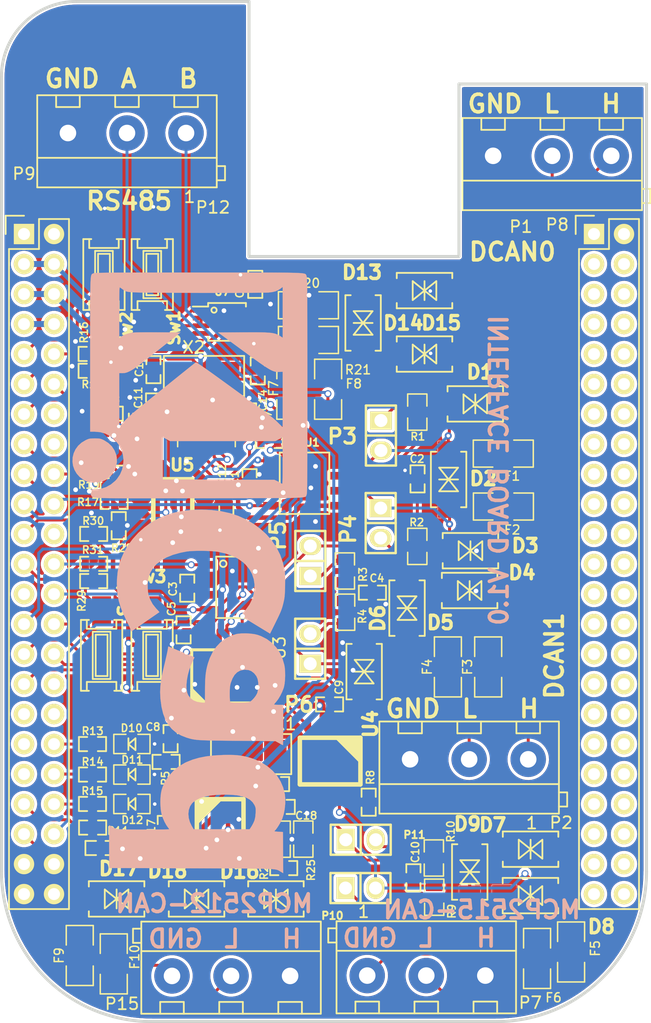
<source format=kicad_pcb>
(kicad_pcb (version 20210228) (generator pcbnew)
  (layers (0 "F.Cu" signal) (31 "B.Cu" signal) (34 "B.Paste" user) (35 "F.Paste" user) (36 "B.SilkS" user "B.Silkscreen") (37 "F.SilkS" user "F.Silkscreen") (38 "B.Mask" user) (39 "F.Mask" user) (44 "Edge.Cuts" user))
  (net 0 "")
  (net 1 "5V")
  (net 2 "GND")
  (net 3 "Net-(C2-Pad1)")
  (net 4 "Net-(C4-Pad1)")
  (net 5 "Net-(D1-Pad2)")
  (net 6 "Net-(D2-Pad2)")
  (net 7 "Net-(D4-Pad2)")
  (net 8 "Net-(D5-Pad2)")
  (net 9 "/CAN bus0/CAN_L")
  (net 10 "/CAN bus0/CAN_H")
  (net 11 "/CAN bus1/CAN_L")
  (net 12 "/CAN bus1/CAN_H")
  (net 13 "Net-(P3-Pad1)")
  (net 14 "Net-(P4-Pad2)")
  (net 15 "Net-(P5-Pad1)")
  (net 16 "Net-(P6-Pad2)")
  (net 17 "3V3")
  (net 18 "SYS_5V")
  (net 19 "Net-(C6-Pad1)")
  (net 20 "Net-(C7-Pad1)")
  (net 21 "Net-(C8-Pad1)")
  (net 22 "Net-(C10-Pad1)")
  (net 23 "Net-(D7-Pad2)")
  (net 24 "Net-(C15-Pad1)")
  (net 25 "Net-(D8-Pad2)")
  (net 26 "Net-(C16-Pad1)")
  (net 27 "Net-(R8-Pad1)")
  (net 28 "Net-(D13-Pad2)")
  (net 29 "Net-(D14-Pad2)")
  (net 30 "Net-(P10-Pad1)")
  (net 31 "Net-(P11-Pad2)")
  (net 32 "/PWR_BUT")
  (net 33 "/SYS_RESETN")
  (net 34 "Net-(P9-Pad15)")
  (net 35 "/I2C1_SCL")
  (net 36 "/I2C1_SDA")
  (net 37 "/DCAN0_RX")
  (net 38 "/DCAN0_TX")
  (net 39 "/DCAN1_RX")
  (net 40 "/SPI1_CS0")
  (net 41 "/SPI1_MISO")
  (net 42 "/SPI1_MOSI")
  (net 43 "/SPI1_SCK")
  (net 44 "Net-(C18-Pad1)")
  (net 45 "Net-(D16-Pad2)")
  (net 46 "/AN0")
  (net 47 "Net-(D17-Pad2)")
  (net 48 "/GPIO0_20")
  (net 49 "Net-(D10-Pad2)")
  (net 50 "Net-(D11-Pad2)")
  (net 51 "Net-(D12-Pad2)")
  (net 52 "/DCAN1_TX")
  (net 53 "/RS485/RS485_B")
  (net 54 "/RS485/RS485_A")
  (net 55 "/Standalone Can BUS/CAN_H0")
  (net 56 "/Standalone Can BUS/CAN_L0")
  (net 57 "/Standalone Can BUS/CAN_H1")
  (net 58 "Net-(R20-Pad2)")
  (net 59 "Net-(R21-Pad2)")
  (net 60 "Net-(U3-Pad2)")
  (net 61 "Net-(U3-Pad1)")
  (net 62 "/Standalone Can BUS/CAN_L1")
  (net 63 "/UART4_RX")
  (net 64 "/GPIO1_28")
  (net 65 "/UART4_TX")
  (net 66 "/Standalone Can BUS/CAN_~INT1~")
  (net 67 "/AIN5")
  (net 68 "/AIN3")
  (net 69 "/AIN1")
  (net 70 "/SPI1_CS1")
  (net 71 "Net-(R24-Pad1)")
  (net 72 "Net-(R27-Pad2)")
  (net 73 "Net-(U8-Pad2)")
  (net 74 "Net-(U8-Pad1)")
  (net 75 "/GPIO1_17")
  (net 76 "/GPIO3_21")
  (net 77 "Net-(R28-Pad2)")
  (net 78 "Net-(R29-Pad2)")
  (footprint "Socket_BeagleBone_Black:Socket_BeagleBone_Black" (layer "F.Cu") (at 164.6301 62.3824)
    (fp_text reference "P8")
    (fp_text value "BeagleBone_Black_Header")
  )
  (footprint "Socket_BeagleBone_Black:Socket_BeagleBone_Black" (layer "F.Cu") (at 116.3701 62.3824)
    (fp_text reference "P9")
    (fp_text value "BeagleBone_Black_Header")
  )
  (footprint "Resistor_Smd_0603:100R_0603" (layer "F.Cu") (at 122.1701 105.5624)
    (fp_text reference "R13")
    (fp_text value "100R" hide)
  )
  (footprint "Resistor_Smd_0603:4k7_0603" (layer "F.Cu") (at 123.5901 77.5924 180)
    (fp_text reference "R18")
    (fp_text value "4k7" hide)
  )
  (footprint "Smd_Ptc_Fuses:SN005-60" (layer "F.Cu") (at 162.6901 123.1624 -90)
    (fp_text reference "F5")
    (fp_text value "SN005-60" hide)
  )
  (footprint "Capacitors_Smd_0603:100nF_0603" (layer "F.Cu") (at 128.2901 112.7924 90)
    (fp_text reference "C17")
    (fp_text value "100nF/50V" hide)
  )
  (footprint "Temperature_Sensors:DS18B20U_MSOP-8_3x3mm_P0.65mm" (layer "F.Cu") (at 125.0601 80.3124)
    (fp_text reference "U6")
    (fp_text value "DS18B20U")
  )
  (footprint "Resistor_Smd_0603:100R_0603" (layer "F.Cu") (at 138.1501 110.8824)
    (fp_text reference "R24")
    (fp_text value "100R" hide)
  )
  (footprint "Resistor_Smd_0603:4k7_0603" (layer "F.Cu") (at 124.0001 83.6524)
    (fp_text reference "R19")
    (fp_text value "4k7" hide)
  )
  (footprint "Diodes:LED_KP-2012HD_SM0805" (layer "F.Cu") (at 125.5101 105.5524)
    (fp_text reference "D10")
    (fp_text value "LED_KP-2012HD" hide)
  )
  (footprint "Microswitches:DTSM-31N_SMD" (layer "F.Cu") (at 127.2101 98.0524 -90)
    (fp_text reference "Sw3")
    (fp_text value "DTSM-31N")
  )
  (footprint "Diodes:SMAJ18CA_SMD_DO214AC" (layer "F.Cu") (at 124.2101 118.6724)
    (fp_text reference "D17")
    (fp_text value "SMAJ18CA" hide)
  )
  (footprint "Resistor_Smd_0603:10k_0603" (layer "F.Cu") (at 128.4001 107.0724 180)
    (fp_text reference "R5")
    (fp_text value "10k" hide)
  )
  (footprint "Diodes:SMAJ7.5CA_SMD_DO214AC" (layer "F.Cu") (at 150.2801 67.1724 180)
    (fp_text reference "D13")
    (fp_text value "SMAJ7.5CA" hide)
  )
  (footprint "Discrete_Connectors:DG301-5.0-03P-12-00A(H)" (layer "F.Cu") (at 154.0601 106.8524 180)
    (fp_text reference "P2")
    (fp_text value "BBB-DCAN1")
  )
  (footprint "Diodes:SMAJ18CA_SMD_DO214AC" (layer "F.Cu") (at 154.1001 92.5624 180)
    (fp_text reference "D4")
    (fp_text value "SMAJ18CA" hide)
  )
  (footprint "Diodes:LED_KP-2012SGD_SM0805" (layer "F.Cu") (at 125.5101 108.1424)
    (fp_text reference "D11")
    (fp_text value "LED_KP-2012SGD" hide)
  )
  (footprint "Resistor_Smd_0805:60.4R_0805" (layer "F.Cu") (at 151.1001 118.5224 90)
    (fp_text reference "R9")
    (fp_text value "60.4R" hide)
  )
  (footprint "Resistor_Smd_0805:60.4R_0805" (layer "F.Cu") (at 149.6701 88.8324 -90)
    (fp_text reference "R2")
    (fp_text value "60.4R" hide)
  )
  (footprint "Resistor_Smd_0603:100R_0603" (layer "F.Cu") (at 145.5501 110.4824 -90)
    (fp_text reference "R8")
    (fp_text value "100R" hide)
  )
  (footprint "Diodes:SMAJ18CA_SMD_DO214AC" (layer "F.Cu") (at 145.0801 69.9124 -90)
    (fp_text reference "D14")
    (fp_text value "SMAJ18CA" hide)
  )
  (footprint "Capacitors_Smd_0603:100nF_0603" (layer "F.Cu") (at 138.3601 116.0624 180)
    (fp_text reference "C18")
    (fp_text value "100nF/50V" hide)
  )
  (footprint "Diodes:SMAJ18CA_SMD_DO214AC" (layer "F.Cu") (at 154.1101 116.3924 90)
    (fp_text reference "D9")
    (fp_text value "SMAJ18CA" hide)
  )
  (footprint "Diodes:SMAJ18CA_SMD_DO214AC" (layer "F.Cu") (at 148.8001 94.0524 -90)
    (fp_text reference "D5")
    (fp_text value "SMAJ18CA" hide)
  )
  (footprint "Communication_Interfaces:MCP2512_VDFN14" (layer "F.Cu") (at 131.8201 78.8874 -90)
    (fp_text reference "U8")
    (fp_text value "MCP2512_VDFN14")
  )
  (footprint "Diodes:SMAJ18CA_SMD_DO214AC" (layer "F.Cu") (at 159.2501 118.3924 180)
    (fp_text reference "D8")
    (fp_text value "SMAJ18CA" hide)
  )
  (footprint "Resonators:ABM3AIG-8.000MHZ-8-1R-T" (layer "F.Cu") (at 135.6001 106.4124)
    (fp_text reference "X1")
    (fp_text value "8MHZ")
  )
  (footprint "Goldpin:Goldpin_2_2_54mm" (layer "F.Cu") (at 144.8801 113.6624)
    (fp_text reference "P11")
    (fp_text value "TERM" hide)
  )
  (footprint "Diodes:SMAJ7.5CA_SMD_DO214AC" (layer "F.Cu") (at 150.2801 72.5424)
    (fp_text reference "D15")
    (fp_text value "SMAJ7.5CA" hide)
  )
  (footprint "Resistor_Smd_0603:4k7_0603" (layer "F.Cu") (at 122.2701 91.7624 180)
    (fp_text reference "R29")
    (fp_text value "4k7" hide)
  )
  (footprint "Communication_Interfaces:ISL3172EIUZ" (layer "F.Cu") (at 133.5601 69.8224)
    (fp_text reference "U7")
    (fp_text value "ISL3172EIUZ")
  )
  (footprint "NTC_Thermistors:NTCS0603E3103FMT" (layer "F.Cu") (at 122.8701 114.3624)
    (fp_text reference "NTC1")
    (fp_text value "NTCS0603E3103FMT")
  )
  (footprint "Diodes:SMAJ18CA_SMD_DO214AC" (layer "F.Cu") (at 152.3201 83.1624 -90)
    (fp_text reference "D2")
    (fp_text value "SMAJ18CA" hide)
  )
  (footprint "Diodes:SMAJ18CA_SMD_DO214AC" (layer "F.Cu") (at 159.2601 114.4624)
    (fp_text reference "D7")
    (fp_text value "SMAJ18CA" hide)
  )
  (footprint "Smd_Ptc_Fuses:SN005-60" (layer "F.Cu") (at 142.1201 75.5224 -90)
    (fp_text reference "F8")
    (fp_text value "SN005-60" hide)
  )
  (footprint "Resistor_Smd_0805:60.4R_0805" (layer "F.Cu") (at 149.6701 77.4624 -90)
    (fp_text reference "R1")
    (fp_text value "60.4R" hide)
  )
  (footprint "Discrete_Connectors:DG301-5.0-03P-12-00A(H)" (layer "F.Cu") (at 150.4301 125.1624)
    (fp_text reference "P7")
    (fp_text value "MCP2515-CAN")
  )
  (footprint "Resistor_Smd_0603:4k7_0603" (layer "F.Cu") (at 122.1401 73.9624 180)
    (fp_text reference "R12")
    (fp_text value "4k7" hide)
  )
  (footprint "Goldpin:Goldpin_2_2_54mm" (layer "F.Cu") (at 140.6001 97.4924 90)
    (fp_text reference "P6")
    (fp_text value "TERM" hide)
  )
  (footprint "Microswitches:DTSM-31N_SMD" (layer "F.Cu") (at 122.9401 98.0524 -90)
    (fp_text reference "Sw4")
    (fp_text value "DTSM-31N")
  )
  (footprint "Smd_Ptc_Fuses:SN005-60" (layer "F.Cu") (at 138.9201 75.5224 -90)
    (fp_text reference "F7")
    (fp_text value "SN005-60" hide)
  )
  (footprint "Smd_Ptc_Fuses:SN005-60" (layer "F.Cu") (at 152.2601 99.0324 -90)
    (fp_text reference "F4")
    (fp_text value "SN005-60" hide)
  )
  (footprint "Goldpin:Goldpin_2_2_54mm" (layer "F.Cu") (at 144.8601 117.7524)
    (fp_text reference "P10")
    (fp_text value "TERM" hide)
  )
  (footprint "Resistor_Smd_0603:4k7_0603" (layer "F.Cu") (at 122.1801 112.6324)
    (fp_text reference "R11")
    (fp_text value "4k7" hide)
  )
  (footprint "Capacitors_Smd_0603:30pF_0603" (layer "F.Cu") (at 136.1601 73.9724 90)
    (fp_text reference "C15")
    (fp_text value "30pF/50V" hide)
  )
  (footprint "Smd_Ptc_Fuses:SN005-60" (layer "F.Cu") (at 121.0901 123.4624 -90)
    (fp_text reference "F9")
    (fp_text value "SN005-60" hide)
  )
  (footprint "Goldpin:Goldpin_2_2_54mm" (layer "F.Cu") (at 146.5901 79.4424 -90)
    (fp_text reference "P3")
    (fp_text value "TERM" hide)
  )
  (footprint "Communication_Interfaces:IFX1050GVIOXUMA1" (layer "F.Cu") (at 134.7401 92.2924 -90)
    (fp_text reference "U2")
    (fp_text value "IFX1050GVIOXUMA1")
  )
  (footprint "Smd_Ptc_Fuses:SN005-60" (layer "F.Cu") (at 159.8101 123.7124 -90)
    (fp_text reference "F6")
    (fp_text value "SN005-60" hide)
  )
  (footprint "Smd_Ptc_Fuses:SN005-60" (layer "F.Cu") (at 156.9601 85.4524)
    (fp_text reference "F2")
    (fp_text value "SN005-60" hide)
  )
  (footprint "Microswitches:DTSM-31N_SMD" (layer "F.Cu") (at 127.2301 65.8124 90)
    (fp_text reference "Sw1")
    (fp_text value "DTSM-31N")
  )
  (footprint "Diodes:SMAJ18CA_SMD_DO214AC" (layer "F.Cu") (at 130.9801 118.6724)
    (fp_text reference "D18")
    (fp_text value "SMAJ18CA" hide)
  )
  (footprint "Diodes:SMAJ18CA_SMD_DO214AC" (layer "F.Cu") (at 145.1701 99.4324 -90)
    (fp_text reference "D6")
    (fp_text value "SMAJ18CA" hide)
  )
  (footprint "Diodes:LED_KP-2012YD_SM0805" (layer "F.Cu") (at 125.5101 110.6324)
    (fp_text reference "D12")
    (fp_text value "LED_KP-2012YD" hide)
  )
  (footprint "Resistor_Smd_0805:60.4R_0805" (layer "F.Cu") (at 143.5401 90.9124 -90)
    (fp_text reference "R3")
    (fp_text value "60.4R" hide)
  )
  (footprint "Capacitors_Smd_0603:100nF_0603" (layer "F.Cu") (at 149.3401 116.8824 90)
    (fp_text reference "C10")
    (fp_text value "100nF/50V" hide)
  )
  (footprint "Discrete_Connectors:DG301-5.0-03P-12-00A(H)" (layer "F.Cu") (at 125.0901 53.8324 180)
    (fp_text reference "P12")
    (fp_text value "RS485")
  )
  (footprint "Communication_Interfaces:MCP2551_SO8" (layer "F.Cu") (at 132.9801 112.7924 -90)
    (fp_text reference "U9")
    (fp_text value "MCP2551" hide)
  )
  (footprint "Resistor_Smd_0603:100R_0603" (layer "F.Cu") (at 137.1301 79.9024 180)
    (fp_text reference "R27")
    (fp_text value "100R" hide)
  )
  (footprint "Capacitors_Smd_0603:100nF_0603" (layer "F.Cu") (at 128.7801 105.1024 -90)
    (fp_text reference "C8")
    (fp_text value "100nF/50V" hide)
  )
  (footprint "Smd_Ptc_Fuses:SN005-60" (layer "F.Cu") (at 156.9501 80.9724)
    (fp_text reference "F1")
    (fp_text value "SN005-60" hide)
  )
  (footprint "Resistor_Smd_0603:4k7_0603" (layer "F.Cu") (at 122.1401 72.5324 180)
    (fp_text reference "R16")
    (fp_text value "4k7" hide)
  )
  (footprint "Capacitors_Smd_0603:100nF_0603" (layer "F.Cu") (at 145.8701 92.7424)
    (fp_text reference "C4")
    (fp_text value "100nF/50V" hide)
  )
  (footprint "Resistor_Smd_0603:4k7_0603" (layer "F.Cu") (at 124.0001 85.0624)
    (fp_text reference "R17")
    (fp_text value "4k7" hide)
  )
  (footprint "Resistor_Smd_0805:60.4R_0805" (layer "F.Cu") (at 151.0701 115.2024 90)
    (fp_text reference "R10")
    (fp_text value "60.4R" hide)
  )
  (footprint "Capacitors_Smd_0603:100nF_0603" (layer "F.Cu") (at 129.8801 95.8924 -90)
    (fp_text reference "C5")
    (fp_text value "100nF/50V" hide)
  )
  (footprint "Smd_Ptc_Fuses:SN005-60" (layer "F.Cu") (at 123.9701 124.1724 -90)
    (fp_text reference "F10")
    (fp_text value "SN005-60" hide)
  )
  (footprint "Capacitors_Smd_0603:100nF_0603" (layer "F.Cu") (at 149.6901 83.1124 90)
    (fp_text reference "C2")
    (fp_text value "100nF/50V" hide)
  )
  (footprint "Diodes:SMAJ18CA_SMD_DO214AC" (layer "F.Cu") (at 154.5801 76.7624 180)
    (fp_text reference "D1")
    (fp_text value "SMAJ18CA" hide)
  )
  (footprint "Capacitors_Smd_0603:30pF_0603" (layer "F.Cu") (at 133.3501 108.9724 180)
    (fp_text reference "C6")
    (fp_text value "30pF/50V" hide)
  )
  (footprint "Microswitches:DTSM-31N_SMD" (layer "F.Cu") (at 123.1401 65.8124 90)
    (fp_text reference "Sw2")
    (fp_text value "DTSM-31N")
  )
  (footprint "Capacitors_Smd_0603:100nF_0603" (layer "F.Cu") (at 127.3001 77.0224 90)
    (fp_text reference "C11")
    (fp_text value "100n_50V" hide)
  )
  (footprint "Diodes:SMAJ18CA_SMD_DO214AC" (layer "F.Cu") (at 137.7001 118.6724)
    (fp_text reference "D16")
    (fp_text value "SMAJ18CA" hide)
  )
  (footprint "Resistor_Smd_1206:CRCW120610R0FKEAHP" (layer "F.Cu") (at 140.4511 71.3524 180)
    (fp_text reference "R21")
    (fp_text value "CRCW120610R0FKEAHP" hide)
  )
  (footprint "Resistor_Smd_0603:100R_0603" (layer "F.Cu") (at 122.1701 110.6324)
    (fp_text reference "R15")
    (fp_text value "100R" hide)
  )
  (footprint "Capacitors_Smd_0603:100nF_0603" (layer "F.Cu") (at 142.2401 102.2024)
    (fp_text reference "C9")
    (fp_text value "100nF/50V" hide)
  )
  (footprint "Resistor_Smd_0603:100R_0603" (layer "F.Cu") (at 122.2701 87.7724 180)
    (fp_text reference "R30")
    (fp_text value "100R" hide)
  )
  (footprint "Smd_Ptc_Fuses:SN005-60" (layer "F.Cu") (at 155.6701 99.0324 -90)
    (fp_text reference "F3")
    (fp_text value "SN005-60" hide)
  )
  (footprint "Diodes:SMAJ18CA_SMD_DO214AC" (layer "F.Cu") (at 154.1701 89.1924)
    (fp_text reference "D3")
    (fp_text value "SMAJ18CA" hide)
  )
  (footprint "Goldpin:Goldpin_2_2_54mm" (layer "F.Cu") (at 146.5701 86.8524 -90)
    (fp_text reference "P4")
    (fp_text value "TERM" hide)
  )
  (footprint "Resistor_Smd_0603:4k7_0603" (layer "F.Cu") (at 124.3901 87.0724 -90)
    (fp_text reference "R28")
    (fp_text value "4k7" hide)
  )
  (footprint "Temperature_Sensors:TCN75A_SOIC8" (layer "F.Cu") (at 128.9701 85.5424 -90)
    (fp_text reference "U5")
    (fp_text value "TCN75A" hide)
  )
  (footprint "Resistor_Smd_0603:100R_0603" (layer "F.Cu") (at 122.1701 108.1424)
    (fp_text reference "R14")
    (fp_text value "100R" hide)
  )
  (footprint "Goldpin:Goldpin_2_2_54mm" (layer "F.Cu") (at 140.6101 90.0624 90)
    (fp_text reference "P5")
    (fp_text value "TERM" hide)
  )
  (footprint "Communication_Interfaces:MCP2551_SO8" (layer "F.Cu") (at 142.2901 107.0024 180)
    (fp_text reference "U4")
    (fp_text value "MCP2551" hide)
  )
  (footprint "Resistor_Smd_0805:60.4R_0805" (layer "F.Cu") (at 140.0201 113.6124 -90)
    (fp_text reference "R25")
    (fp_text value "60.4R" hide)
  )
  (footprint "Resistor_Smd_0805:60.4R_0805" (layer "F.Cu") (at 138.1001 113.6124 90)
    (fp_text reference "R26")
    (fp_text value "60.4R" hide)
  )
  (footprint "Discrete_Connectors:DG301-5.0-03P-12-00A(H)" (layer "F.Cu") (at 161.0901 55.7624 180)
    (fp_text reference "P1")
    (fp_text value "BBB-DCAN0")
  )
  (footprint "Discrete_Connectors:DG301-5.0-03P-12-00A(H)" (layer "F.Cu") (at 133.9001 125.1924)
    (fp_text reference "P15")
    (fp_text value "MCP2512-CAN")
  )
  (footprint "Capacitors_Smd_0603:100nF_0603" (layer "F.Cu") (at 135.4301 77.8624 90)
    (fp_text reference "C14")
    (fp_text value "100nF/50V" hide)
  )
  (footprint "Resistor_Smd_0805:60.4R_0805" (layer "F.Cu") (at 143.5601 94.4024 -90)
    (fp_text reference "R4")
    (fp_text value "60.4R" hide)
  )
  (footprint "Capacitors_Smd_0603:100nF_0603" (layer "F.Cu") (at 130.1901 92.3624 90)
    (fp_text reference "C3")
    (fp_text value "100nF/50V" hide)
  )
  (footprint "Communication_Interfaces:IFX1050GVIOXUMA1" (layer "F.Cu") (at 140.1201 83.4824 -90)
    (fp_text reference "U1")
    (fp_text value "IFX1050GVIOXUMA1")
  )
  (footprint "Capacitors_Smd_0603:30pF_0603" (layer "F.Cu") (at 137.6701 108.9524 180)
    (fp_text reference "C7")
    (fp_text value "30pF/50V" hide)
  )
  (footprint "Communication_Interfaces:MCP2515-I-TSSOP20" (layer "F.Cu") (at 133.8701 99.8324)
    (fp_text reference "U3")
    (fp_text value "MCP2515_TSSOP20" hide)
  )
  (footprint "Capacitors_Smd_0603:100nF_0603" (layer "F.Cu") (at 135.4701 83.4324 90)
    (fp_text reference "C1")
    (fp_text value "100nF/50V" hide)
  )
  (footprint "Capacitors_Smd_0603:100nF_0603" (layer "F.Cu") (at 135.9501 66.6424 90)
    (fp_text reference "C13")
    (fp_text value "100nF/50V" hide)
  )
  (footprint "Resistor_Smd_1206:CRCW120610R0FKEAHP" (layer "F.Cu") (at 140.4511 68.4124 180)
    (fp_text reference "R20")
    (fp_text value "CRCW120610R0FKEAHP" hide)
  )
  (footprint "Resonators:ABM3AIG-8.000MHZ-8-1R-T" (layer "F.Cu") (at 131.6101 74.4024 180)
    (fp_text reference "X2")
    (fp_text value "8MHZ")
  )
  (footprint "Capacitors_Smd_0603:30pF_0603" (layer "F.Cu") (at 127.3301 73.8624 -90)
    (fp_text reference "C16")
    (fp_text value "30pF/50V" hide)
  )
  (footprint "Resistor_Smd_0603:100R_0603" (layer "F.Cu") (at 122.2701 90.3024 180)
    (fp_text reference "R31")
    (fp_text value "100R" hide)
  )
  (footprint "Capacitors_Smd_0603:100nF_0603" (layer "F.Cu") (at 133.5001 84.9824 -90)
    (fp_text reference "C12")
    (fp_text value "100n_50V" hide)
  )
  (footprint "Symbols:KiCad-Logo_20mm_SilkScreen" (layer "B.Cu") (at 130.3501 91.0424 -90)
    (fp_text reference "REF**" hide)
    (fp_text value "KiCad-Logo_20mm_SilkScreen" hide)
  )
  (gr_line (start 135.4201 42.6974) (end 120.8151 42.6974) (layer "Edge.Cuts") (width 0.254))
  (gr_line (start 153.2001 64.2874) (end 135.4201 64.2874) (layer "Edge.Cuts") (width 0.254))
  (gr_line (start 169.0751 116.3574) (end 169.0751 49.6824) (layer "Edge.Cuts") (width 0.254))
  (gr_arc (start 127.1651 116.357402) (end 127.1651 129.0574) (angle 90) (layer "Edge.Cuts") (width 0.254))
  (gr_line (start 153.2001 49.6824) (end 153.2001 64.2874) (layer "Edge.Cuts") (width 0.254))
  (gr_line (start 169.0751 49.6824) (end 153.2001 49.6824) (layer "Edge.Cuts") (width 0.254))
  (gr_arc (start 120.815099 49.0474) (end 114.4651 49.0474) (angle 90) (layer "Edge.Cuts") (width 0.254))
  (gr_arc (start 156.375102 116.3574) (end 169.0751 116.3574) (angle 90) (layer "Edge.Cuts") (width 0.254))
  (gr_line (start 127.1651 129.0574) (end 156.3751 129.0574) (layer "Edge.Cuts") (width 0.254))
  (gr_line (start 135.4201 64.2874) (end 135.4201 42.6974) (layer "Edge.Cuts") (width 0.254))
  (gr_line (start 114.4651 49.0474) (end 114.4651 116.3574) (layer "Edge.Cuts") (width 0.254))
  (gr_text "L" (at 133.9901 122.0524) (layer "B.SilkS") (effects (font (size 1.5 1.5) (thickness 0.3)) (justify mirror)))
  (gr_text "GND" (at 145.6701 121.9824) (layer "B.SilkS") (effects (font (size 1.5 1.5) (thickness 0.3)) (justify mirror)))
  (gr_text "MCP2512-CAN" (at 132.4701 119.0624) (layer "B.SilkS") (effects (font (size 1.5 1.5) (thickness 0.3)) (justify mirror)))
  (gr_text "MCP2515-CAN" (at 155.1401 119.5924) (layer "B.SilkS") (effects (font (size 1.5 1.5) (thickness 0.3)) (justify mirror)))
  (gr_text "H" (at 139.0301 122.0524) (layer "B.SilkS") (effects (font (size 1.5 1.5) (thickness 0.3)) (justify mirror)))
  (gr_text "INTERFACE BOARD V1.0" (at 156.5901 82.3924 90) (layer "B.SilkS") (effects (font (size 1.5 1.5) (thickness 0.3)) (justify mirror)))
  (gr_text "H" (at 155.4901 121.9824) (layer "B.SilkS") (effects (font (size 1.5 1.5) (thickness 0.3)) (justify mirror)))
  (gr_text "GND" (at 129.2101 122.0524) (layer "B.SilkS") (effects (font (size 1.5 1.5) (thickness 0.3)) (justify mirror)))
  (gr_text "L" (at 150.4501 121.9824) (layer "B.SilkS") (effects (font (size 1.5 1.5) (thickness 0.3)) (justify mirror)))
  (gr_text "B" (at 130.2701 49.2324) (layer "F.SilkS") (effects (font (size 1.5 1.5) (thickness 0.3))))
  (gr_text "RS485" (at 125.2701 59.5924) (layer "F.SilkS") (effects (font (size 1.5 1.5) (thickness 0.3))))
  (gr_text "A" (at 125.2301 49.2324) (layer "F.SilkS") (effects (font (size 1.5 1.5) (thickness 0.3))))
  (gr_text "L" (at 154.0901 102.5724) (layer "F.SilkS") (effects (font (size 1.5 1.5) (thickness 0.3))))
  (gr_text "H" (at 166.0701 51.3624) (layer "F.SilkS") (effects (font (size 1.5 1.5) (thickness 0.3))))
  (gr_text "GND" (at 120.4501 49.2324) (layer "F.SilkS") (effects (font (size 1.5 1.5) (thickness 0.3))))
  (gr_text "H" (at 159.1301 102.5724) (layer "F.SilkS") (effects (font (size 1.5 1.5) (thickness 0.3))))
  (gr_text "L" (at 161.0301 51.3624) (layer "F.SilkS") (effects (font (size 1.5 1.5) (thickness 0.3))))
  (gr_text "GND" (at 149.3101 102.5724) (layer "F.SilkS") (effects (font (size 1.5 1.5) (thickness 0.3))))
  (gr_text "DCAN1" (at 161.2701 98.0924 90) (layer "F.SilkS") (effects (font (size 1.5 1.5) (thickness 0.3))))
  (gr_text "DCAN0" (at 157.7201 63.8924) (layer "F.SilkS") (effects (font (size 1.5 1.5) (thickness 0.3))))
  (gr_text "GND" (at 156.2501 51.3624) (layer "F.SilkS") (effects (font (size 1.5 1.5) (thickness 0.3))))
  (segment (start 137.2751 84.1174) (end 135.4851 84.1174) (width 0.508) (layer "F.Cu") (net 1))
  (segment (start 129.91536 113.4924) (end 129.98036 113.4274) (width 0.25) (layer "F.Cu") (net 1))
  (segment (start 129.6001 93.0624) (end 130.1901 93.0624) (width 0.508) (layer "F.Cu") (net 1))
  (segment (start 131.1251 92.9274) (end 131.8951 92.9274) (width 0.508) (layer "F.Cu") (net 1))
  (segment (start 130.9901 93.0624) (end 131.1251 92.9274) (width 0.508) (layer "F.Cu") (net 1))
  (segment (start 136.174208 107.521483) (end 135.941017 107.521483) (width 0.508) (layer "F.Cu") (net 1))
  (segment (start 127.6201 83.071) (end 127.6201 91.0824) (width 0.508) (layer "F.Cu") (net 1))
  (segment (start 123.9858 79.4367) (end 127.6201 83.071) (width 0.508) (layer "F.Cu") (net 1))
  (segment (start 130.750838 113.4274) (end 129.98036 113.4274) (width 0.508) (layer "F.Cu") (net 1))
  (segment (start 124.0344 79.4367) (end 123.9858 79.4367) (width 0.508) (layer "F.Cu") (net 1))
  (segment (start 132.7351 92.9274) (end 133.1701 92.4924) (width 0.508) (layer "F.Cu") (net 1))
  (segment (start 141.5401 102.2024) (end 141.6501 102.3124) (width 0.508) (layer "F.Cu") (net 1))
  (segment (start 127.6201 91.0824) (end 129.6001 93.0624) (width 0.508) (layer "F.Cu") (net 1))
  (segment (start 141.493292 102.2024) (end 141.390224 102.305468) (width 0.25) (layer "F.Cu") (net 1))
  (segment (start 137.6301 100.5924) (end 137.9101 100.5924) (width 0.508) (layer "F.Cu") (net 1))
  (segment (start 128.2901 113.4924) (end 129.91536 113.4924) (width 0.508) (layer "F.Cu") (net 1))
  (segment (start 141.6501 103.99766) (end 141.6551 104.00266) (width 0.508) (layer "F.Cu") (net 1))
  (segment (start 135.032969 109.299851) (end 133.587551 110.745269) (width 0.508) (layer "F.Cu") (net 1))
  (segment (start 135.941017 107.521483) (end 135.032969 108.429531) (width 0.508) (layer "F.Cu") (net 1))
  (segment (start 137.2751 84.1174) (end 138.1451 84.1174) (width 0.254) (layer "F.Cu") (net 1))
  (segment (start 133.432969 110.745269) (end 130.750838 113.4274) (width 0.508) (layer "F.Cu") (net 1))
  (segment (start 131.8951 92.9274) (end 132.7351 92.9274) (width 0.508) (layer "F.Cu") (net 1))
  (segment (start 139.623168 102.305468) (end 141.390224 102.305468) (width 0.508) (layer "F.Cu") (net 1))
  (segment (start 141.6501 102.3124) (end 141.6501 103.99766) (width 0.508) (layer "F.Cu") (net 1))
  (segment (start 135.032969 108.429531) (end 135.032969 109.299851) (width 0.508) (layer "F.Cu") (net 1))
  (segment (start 135.4851 84.1174) (end 135.4701 84.1324) (width 0.254) (layer "F.Cu") (net 1))
  (segment (start 130.1901 93.0624) (end 130.9901 93.0624) (width 0.508) (layer "F.Cu") (net 1))
  (segment (start 137.9101 100.5924) (end 139.623168 102.305468) (width 0.508) (layer "F.Cu") (net 1))
  (segment (start 138.1451 84.1174) (end 138.3101 84.2824) (width 0.254) (layer "F.Cu") (net 1))
  (segment (start 133.587551 110.745269) (end 133.432969 110.745269) (width 0.508) (layer "F.Cu") (net 1))
  (segment (start 141.5401 102.2024) (end 141.493292 102.2024) (width 0.25) (layer "F.Cu") (net 1))
  (via (at 138.3101 84.2824) (size 0.6) (drill 0.4) (layers "F.Cu" "B.Cu") (net 1))
  (via (at 133.1701 92.4924) (size 0.6) (drill 0.4) (layers "F.Cu" "B.Cu") (net 1))
  (via (at 136.174208 107.521483) (size 0.6) (drill 0.4) (layers "F.Cu" "B.Cu") (net 1))
  (via (at 141.390224 102.305468) (size 0.6) (drill 0.4) (layers "F.Cu" "B.Cu") (net 1))
  (via (at 137.6301 100.5924) (size 0.6) (drill 0.4) (layers "F.Cu" "B.Cu") (net 1))
  (via (at 123.9858 79.4367) (size 0.6) (drill 0.4) (layers "F.Cu" "B.Cu") (net 1))
  (segment (start 133.1701 92.4924) (end 133.0601 92.6024) (width 0.508) (layer "B.Cu") (net 1))
  (segment (start 133.1701 89.2524) (end 133.1701 92.4924) (width 0.508) (layer "B.Cu") (net 1))
  (segment (start 136.174208 107.521483) (end 136.501017 107.521483) (width 0.508) (layer "B.Cu") (net 1))
  (segment (start 141.390224 102.632276) (end 141.390224 102.305468) (width 0.508) (layer "B.Cu") (net 1))
  (segment (start 122.7301 71.2824) (end 122.7301 78.181) (width 0.508) (layer "B.Cu") (net 1))
  (segment (start 138.3101 84.2824) (end 138.1401 84.2824) (width 0.508) (layer "B.Cu") (net 1))
  (segment (start 118.9101 67.4624) (end 116.3701 67.4624) (width 0.508) (layer "B.Cu") (net 1))
  (segment (start 122.7301 78.181) (end 123.9858 79.4367) (width 0.508) (layer "B.Cu") (net 1))
  (segment (start 136.501017 107.521483) (end 141.390224 102.632276) (width 0.508) (layer "B.Cu") (net 1))
  (segment (start 138.1401 84.2824) (end 133.1701 89.2524) (width 0.508) (layer "B.Cu") (net 1))
  (segment (start 122.7301 71.2824) (end 122.7301 73.0524) (width 0.508) (layer "B.Cu") (net 1))
  (segment (start 133.0601 96.0224) (end 137.6301 100.5924) (width 0.508) (layer "B.Cu") (net 1))
  (segment (start 118.9101 67.4624) (end 122.7301 71.2824) (width 0.508) (layer "B.Cu") (net 1))
  (segment (start 133.0601 92.6024) (end 133.0601 96.0224) (width 0.508) (layer "B.Cu") (net 1))
  (segment (start 150.8101 67.1724) (end 150.7701 67.2124) (width 0.254) (layer "F.Cu") (net 2))
  (segment (start 126.4626 110.6324) (end 127.4301 110.6324) (width 0.254) (layer "F.Cu") (net 2))
  (segment (start 133.4601 85.6824) (end 132.9651 86.1774) (width 0.254) (layer "F.Cu") (net 2))
  (segment (start 135.9501 65.9424) (end 134.8101 65.9424) (width 0.254) (layer "F.Cu") (net 2))
  (segment (start 127.4101 108.1424) (end 127.4201 108.1324) (width 0.254) (layer "F.Cu") (net 2))
  (segment (start 129.98036 112.1574) (end 128.3551 112.1574) (width 0.25) (layer "F.Cu") (net 2))
  (segment (start 136.2901 82.7324) (end 137.1601 82.7324) (width 0.254) (layer "F.Cu") (net 2))
  (segment (start 152.4801 67.1724) (end 150.8101 67.1724) (width 0.254) (layer "F.Cu") (net 2))
  (segment (start 130.1951 91.6574) (end 130.1901 91.6624) (width 0.25) (layer "F.Cu") (net 2))
  (segment (start 135.4701 82.7324) (end 136.2901 82.7324) (width 0.254) (layer "F.Cu") (net 2))
  (segment (start 135.4301 77.1624) (end 135.4301 76.2824) (width 0.25) (layer "F.Cu") (net 2))
  (segment (start 127.3001 75.749782) (end 127.3101 75.739782) (width 0.254) (layer "F.Cu") (net 2))
  (segment (start 156.3001 92.5624) (end 156.3001 89.2624) (width 0.25) (layer "F.Cu") (net 2))
  (segment (start 149.6901 82.4124) (end 148.6501 82.4124) (width 0.254) (layer "F.Cu") (net 2))
  (segment (start 148.6501 82.4124) (end 148.6301 82.3924) (width 0.254) (layer "F.Cu") (net 2))
  (segment (start 127.3301 75.37391) (end 127.503036 75.546846) (width 0.25) (layer "F.Cu") (net 2))
  (segment (start 138.8501 110.8824) (end 139.7901 110.8824) (width 0.25) (layer "F.Cu") (net 2))
  (segment (start 137.177019 103.1324) (end 137.500916 102.808503) (width 0.25) (layer "F.Cu") (net 2))
  (segment (start 131.6701 87.4474) (end 132.9551 87.4474) (width 0.254) (layer "F.Cu") (net 2))
  (segment (start 128.3551 112.1574) (end 128.2901 112.0924) (width 0.25) (layer "F.Cu") (net 2))
  (segment (start 127.4301 110.6324) (end 127.4401 110.6424) (width 0.254) (layer "F.Cu") (net 2))
  (segment (start 142.9251 104.00266) (end 142.9251 102.2174) (width 0.25) (layer "F.Cu") (net 2))
  (segment (start 135.7601 71.5924) (end 135.8301 71.6624) (width 0.254) (layer "F.Cu") (net 2))
  (segment (start 123.1601 62.3924) (end 123.1601 60.2524) (width 0.254) (layer "F.Cu") (net 2))
  (segment (start 156.3001 92.5624) (end 154.6801 92.5624) (width 0.25) (layer "F.Cu") (net 2))
  (segment (start 123.1601 60.2524) (end 123.2001 60.2124) (width 0.254) (layer "F.Cu") (net 2))
  (segment (start 126.4626 105.5524) (end 127.4301 105.5524) (width 0.254) (layer "F.Cu") (net 2))
  (segment (start 127.2501 60.1624) (end 127.3301 60.0824) (width 0.254) (layer "F.Cu") (net 2))
  (segment (start 135.9901 109.1124) (end 136.8101 109.1124) (width 0.25) (layer "F.Cu") (net 2))
  (segment (start 136.8101 109.1124) (end 136.9701 108.9524) (width 0.25) (layer "F.Cu") (net 2))
  (segment (start 132.9551 87.4474) (end 132.9601 87.4524) (width 0.254) (layer "F.Cu") (net 2))
  (segment (start 139.7901 110.8824) (end 140.3301 111.4224) (width 0.25) (layer "F.Cu") (net 2))
  (segment (start 129.4201 96.5924) (end 128.9101 97.1024) (width 0.25) (layer "F.Cu") (net 2))
  (segment (start 131.8951 91.6574) (end 130.1951 91.6574) (width 0.25) (layer "F.Cu") (net 2))
  (segment (start 126.4626 108.1424) (end 127.4101 108.1424) (width 0.254) (layer "F.Cu") (net 2))
  (segment (start 127.3001 76.3224) (end 127.3001 75.749782) (width 0.254) (layer "F.Cu") (net 2))
  (segment (start 126.2701 87.4474) (end 126.2701 88.2524) (width 0.254) (layer "F.Cu") (net 2))
  (segment (start 126.2701 88.2524) (end 126.2601 88.2624) (width 0.254) (layer "F.Cu") (net 2))
  (segment (start 154.6801 92.5624) (end 154.6401 92.6024) (width 0.25) (layer "F.Cu") (net 2))
  (segment (start 132.9651 86.1774) (end 131.6701 86.1774) (width 0.254) (layer "F.Cu") (net 2))
  (segment (start 156.3701 89.1924) (end 154.6901 89.1924) (width 0.25) (layer "F.Cu") (net 2))
  (segment (start 134.8101 65.9424) (end 134.7001 65.8324) (width 0.254) (layer "F.Cu") (net 2))
  (segment (start 129.8801 96.5924) (end 129.4201 96.5924) (width 0.25) (layer "F.Cu") (net 2))
  (segment (start 146.5701 92.7424) (end 146.5701 93.2824) (width 0.25) (layer "F.Cu") (net 2))
  (segment (start 133.5001 85.6824) (end 133.4601 85.6824) (width 0.254) (layer "F.Cu") (net 2))
  (segment (start 152.4801 72.5424) (end 150.8601 72.5424) (width 0.254) (layer "F.Cu") (net 2))
  (segment (start 136.7951 103.1324) (end 137.177019 103.1324) (width 0.25) (layer "F.Cu") (net 2))
  (segment (start 135.5001 118.6724) (end 133.1801 118.6724) (width 0.25) (layer "F.Cu") (net 2))
  (segment (start 142.9251 102.2174) (end 142.9401 102.2024) (width 0.25) (layer "F.Cu") (net 2))
  (segment (start 127.2501 62.3924) (end 127.2501 60.1624) (width 0.254) (layer "F.Cu") (net 2))
  (segment (start 135.7601 70.7974) (end 135.7601 71.5924) (width 0.254) (layer "F.Cu") (net 2))
  (segment (start 156.3001 89.2624) (end 156.3701 89.1924) (width 0.25) (layer "F.Cu") (net 2))
  (segment (start 137.1601 82.7324) (end 137.2751 82.8474) (width 0.254) (layer "F.Cu") (net 2))
  (segment (start 127.3301 74.5624) (end 127.3301 75.37391) (width 0.25) (layer "F.Cu") (net 2))
  (segment (start 150.8601 72.5424) (end 150.8001 72.4824) (width 0.254) (layer "F.Cu") (net 2))
  (segment (start 146.5701 93.2824) (end 147.0001 93.7124) (width 0.25) (layer "F.Cu") (net 2))
  (segment (start 127.3001 75.749782) (end 127.503036 75.546846) (width 0.254) (layer "F.Cu") (net 2))
  (segment (start 154.6901 89.1924) (end 154.6801 89.2024) (width 0.25) (layer "F.Cu") (net 2))
  (via (at 150.8001 72.4824) (size 0.6) (drill 0.3) (layers "F.Cu" "B.Cu") (net 2))
  (via (at 135.9901 109.1124) (size 0.6) (drill 0.4) (layers "F.Cu" "B.Cu") (net 2))
  (via (at 150.7701 67.2124) (size 0.6) (drill 0.3) (layers "F.Cu" "B.Cu") (net 2))
  (via (at 127.4301 105.5524) (size 0.6) (drill 0.3) (layers "F.Cu" "B.Cu") (net 2))
  (via (at 127.3301 60.0824) (size 0.6) (drill 0.3) (layers "F.Cu" "B.Cu") (net 2))
  (via (at 125.9401 79.7224) (size 0.6) (drill 0.4) (layers "F.Cu" "B.Cu") (net 2))
  (via (at 129.2701 83.2724) (size 0.6) (drill 0.4) (layers "F.Cu" "B.Cu") (net 2))
  (via (at 135.7901 105.1024) (size 0.6) (drill 0.4) (layers "F.Cu" "B.Cu") (net 2))
  (via (at 137.500916 102.808503) (size 0.6) (drill 0.4) (layers "F.Cu" "B.Cu") (net 2))
  (via (at 121.2901 77.3824) (size 0.6) (drill 0.4) (layers "F.Cu" "B.Cu") (net 2))
  (via (at 136.2901 82.7324) (size 0.6) (drill 0.4) (layers "F.Cu" "B.Cu") (net 2))
  (via (at 134.0101 90.9124) (size 0.6) (drill 0.4) (layers "F.Cu" "B.Cu") (net 2))
  (via (at 126.2601 88.2624) (size 0.6) (drill 0.3) (layers "F.Cu" "B.Cu") (net 2))
  (via (at 127.503036 75.546846) (size 0.6) (drill 0.3) (layers "F.Cu" "B.Cu") (net 2))
  (via (at 143.3901 97.9024) (size 0.6) (drill 0.4) (layers "F.Cu" "B.Cu") (net 2))
  (via (at 130.1301 81.6024) (size 0.6) (drill 0.4) (layers "F.Cu" "B.Cu") (net 2))
  (via (at 122.0801 85.9924) (size 0.6) (drill 0.4) (layers "F.Cu" "B.Cu") (net 2))
  (via (at 125.8301 74.7624) (size 0.6) (drill 0.4) (layers "F.Cu" "B.Cu") (net 2))
  (via (at 134.8701 99.0624) (size 0.6) (drill 0.4) (layers "F.Cu" "B.Cu") (net 2))
  (via (at 133.3001 68.8724) (size 0.6) (drill 0.4) (layers "F.Cu" "B.Cu") (net 2))
  (via (at 125.7501 82.7024) (size 0.6) (drill 0.4) (layers "F.Cu" "B.Cu") (net 2))
  (via (at 135.9401 90.9524) (size 0.6) (drill 0.4) (layers "F.Cu" "B.Cu") (net 2))
  (via (at 120.4401 73.5724) (size 0.6) (drill 0.4) (layers "F.Cu" "B.Cu") (net 2))
  (via (at 129.9501 71.9024) (size 0.6) (drill 0.4) (layers "F.Cu" "B.Cu") (net 2))
  (via (at 125.222287 82.060213) (size 0.6) (drill 0.4) (layers "F.Cu" "B.Cu") (net 2))
  (via (at 123.2001 60.2124) (size 0.6) (drill 0.3) (layers "F.Cu" "B.Cu") (net 2))
  (via (at 129.9101 101.0024) (size 0.6) (drill 0.4) (layers "F.Cu" "B.Cu") (net 2))
  (via (at 139.0501 113.6224) (size 0.6) (drill 0.4) (layers "F.Cu" "B.Cu") (net 2))
  (via (at 144.2301 99.3124) (size 0.6) (drill 0.4) (layers "F.Cu" "B.Cu") (net 2))
  (via (at 128.9601 88.5124) (size 0.6) (drill 0.4) (layers "F.Cu" "B.Cu") (net 2))
  (via (at 121.7501 69.2124) (size 0.6) (drill 0.4) (layers "F.Cu" "B.Cu") (net 2))
  (via (at 120.7301 71.4724) (size 0.6) (drill 0.4) (layers "F.Cu" "B.Cu") (net 2))
  (via (at 121.2101 81.7424) (size 0.6) (drill 0.4) (layers "F.Cu" "B.Cu") (net 2))
  (via (at 125.1201 87.0524) (size 0.6) (drill 0.4) (layers "F.Cu" "B.Cu") (net 2))
  (via (at 154.6401 92.6024) (size 0.6) (drill 0.4) (layers "F.Cu" "B.Cu") (net 2))
  (via (at 132.7001 113.6724) (size 0.6) (drill 0.4) (layers "F.Cu" "B.Cu") (net 2))
  (via (at 127.4201 108.1324) (size 0.6) (drill 0.3) (layers "F.Cu" "B.Cu") (net 2))
  (via (at 136.2201 88.9824) (size 0.6) (drill 0.4) (layers "F.Cu" "B.Cu") (net 2))
  (via (at 128.9101 97.1024) (size 0.6) (drill 0.4) (layers "F.Cu" "B.Cu") (net 2))
  (via (at 134.5601 111.9324) (size 0.6) (drill 0.4) (layers "F.Cu" "B.Cu") (net 2))
  (via (at 143.3401 96.9724) (size 0.6) (drill 0.4) (layers "F.Cu" "B.Cu") (net 2))
  (via (at 132.9601 87.4524) (size 0.6) (drill 0.3) (layers "F.Cu" "B.Cu") (net 2))
  (via (at 127.4401 110.6424) (size 0.6) (drill 0.3) (layers "F.Cu" "B.Cu") (net 2))
  (via (at 125.3301 76.2124) (size 0.6) (drill 0.4) (layers "F.Cu" "B.Cu") (net 2))
  (via (at 134.5201 83.6124) (size 0.6) (drill 0.4) (layers "F.Cu" "B.Cu") (net 2))
  (via (at 129.6501 87.5824) (size 0.6) (drill 0.4) (layers "F.Cu" "B.Cu") (net 2))
  (via (at 125.66209 69.82439) (size 0.6) (drill 0.4) (layers "F.Cu" "B.Cu") (net 2))
  (via (at 135.4301 76.2824) (size 0.6) (drill 0.4) (layers "F.Cu" "B.Cu") (net 2))
  (via (at 120.7401 84.0324) (size 0.6) (drill 0.4) (layers "F.Cu" "B.Cu") (net 2))
  (via (at 134.7001 65.8324) (size 0.6) (drill 0.3) (layers "F.Cu" "B.Cu") (net 2))
  (via (at 136.1201 100.7624) (size 0.6) (drill 0.4) (layers "F.Cu" "B.Cu") (net 2))
  (via (at 141.0501 86.7224) (size 0.6) (drill 0.4) (layers "F.Cu" "B.Cu") (net 2))
  (via (at 124.9201 70.4524) (size 0.6) (drill 0.4) (layers "F.Cu" "B.Cu") (net 2))
  (via (at 137.2401 68.3124) (size 0.6) (drill 0.4) (layers "F.Cu" "B.Cu") (net 2))
  (via (at 128.4801 77.4324) (size 0.6) (drill 0.4) (layers "F.Cu" "B.Cu") (net 2))
  (via (at 147.0001 93.7124) (size 0.6) (drill 0.4) (layers "F.Cu" "B.Cu") (net 2))
  (via (at 140.5001 67.5624) (size 0.6) (drill 0.4) (layers "F.Cu" "B.Cu") (net 2))
  (via (at 141.0501 82.0524) (size 0.6) (drill 0.4) (layers "F.Cu" "B.Cu") (net 2))
  (via (at 130.8301 100.5024) (size 0.6) (drill 0.4) (layers "F.Cu" "B.Cu") (net 2))
  (via (at 154.6801 89.2024) (size 0.6) (drill 0.4) (layers "F.Cu" "B.Cu") (net 2))
  (via (at 148.6301 82.3924) (size 0.6) (drill 0.3) (layers "F.Cu" "B.Cu") (net 2))
  (via (at 134.4101 100.7624) (size 0.6) (drill 0.4) (layers "F.Cu" "B.Cu") (net 2))
  (via (at 140.6601 83.8724) (size 0.6) (drill 0.4) (layers "F.Cu" "B.Cu") (net 2))
  (via (at 140.3301 111.4224) (size 0.6) (drill 0.4) (layers "F.Cu" "B.Cu") (net 2))
  (via (at 126.6201 91.8824) (size 0.6) (drill 0.4) (layers "F.Cu" "B.Cu") (net 2))
  (via (at 135.8301 71.6624) (size 0.6) (drill 0.3) (layers "F.Cu" "B.Cu") (net 2))
  (via (at 134.0501 104.5024) (size 0.6) (drill 0.4) (layers "F.Cu" "B.Cu") (net 2))
  (via (at 124.5601 72.0224) (size 0.6) (drill 0.4) (layers "F.Cu" "B.Cu") (net 2))
  (via (at 121.9001 84.1624) (size 0.6) (drill 0.4) (layers "F.Cu" "B.Cu") (net 2))
  (segment (start 138.3001 111.4224) (end 135.9901 109.1124) (width 0.25) (layer "B.Cu") (net 2))
  (segment (start 140.3301 111.4224) (end 138.3001 111.4224) (width 0.25) (layer "B.Cu") (net 2))
  (segment (start 147.8801 83.3524) (end 148.3401 83.8124) (width 0.254) (layer "F.Cu") (net 3))
  (segment (start 149.6701 80.0224) (end 147.8801 81.8124) (width 0.254) (layer "F.Cu") (net 3))
  (segment (start 147.8801 81.8124) (end 147.8801 83.3524) (width 0.254) (layer "F.Cu") (net 3))
  (segment (start 149.6701 87.8799) (end 149.6701 83.8324) (width 0.254) (layer "F.Cu") (net 3))
  (segment (start 148.3401 83.8124) (end 149.6901 83.8124) (width 0.254) (layer "F.Cu") (net 3))
  (segment (start 149.6701 83.8324) (end 149.6901 83.8124) (width 0.254) (layer "F.Cu") (net 3))
  (segment (start 149.6701 78.4149) (end 149.6701 80.0224) (width 0.254) (layer "F.Cu") (net 3))
  (segment (start 143.5601 92.6524) (end 143.6501 92.7424) (width 0.25) (layer "F.Cu") (net 4))
  (segment (start 143.5601 91.8849) (end 143.5401 91.8649) (width 0.25) (layer "F.Cu") (net 4))
  (segment (start 143.5601 92.6524) (end 143.5601 91.8849) (width 0.25) (layer "F.Cu") (net 4))
  (segment (start 143.5601 93.4499) (end 143.5601 92.6524) (width 0.25) (layer "F.Cu") (net 4))
  (segment (start 143.6501 92.7424) (end 145.1701 92.7424) (width 0.25) (layer "F.Cu") (net 4))
  (segment (start 142.9651 82.8474) (end 144.4551 82.8474) (width 0.254) (layer "F.Cu") (net 5))
  (segment (start 152.2901 79.4624) (end 152.2901 80.9324) (width 0.254) (layer "F.Cu") (net 5))
  (segment (start 152.3201 80.9624) (end 155.2891 80.9624) (width 0.254) (layer "F.Cu") (net 5))
  (segment (start 152.2901 79.4624) (end 152.3801 79.3724) (width 0.254) (layer "F.Cu") (net 5))
  (segment (start 152.2901 80.9324) (end 152.3201 80.9624) (width 0.254) (layer "F.Cu") (net 5))
  (segment (start 155.2891 80.9624) (end 155.2991 80.9724) (width 0.254) (layer "F.Cu") (net 5))
  (segment (start 152.3801 79.3724) (end 152.3801 76.7624) (width 0.254) (layer "F.Cu") (net 5))
  (segment (start 144.4551 82.8474) (end 146.5901 80.7124) (width 0.254) (layer "F.Cu") (net 5))
  (via (at 152.2901 79.4624) (size 0.6) (drill 0.3) (layers "F.Cu" "B.Cu") (net 5))
  (segment (start 146.5901 80.7124) (end 151.0401 80.7124) (width 0.254) (layer "B.Cu") (net 5))
  (segment (start 151.0401 80.7124) (end 152.2901 79.4624) (width 0.254) (layer "B.Cu") (net 5))
  (segment (start 152.4001 86.9424) (end 152.4001 88.7624) (width 0.254) (layer "F.Cu") (net 6))
  (segment (start 152.4001 88.7624) (end 151.9701 89.1924) (width 0.254) (layer "F.Cu") (net 6))
  (segment (start 142.9651 84.1174) (end 145.1051 84.1174) (width 0.254) (layer "F.Cu") (net 6))
  (segment (start 145.1051 84.1174) (end 146.5701 85.5824) (width 0.254) (layer "F.Cu") (net 6))
  (segment (start 152.4001 86.9424) (end 152.4001 85.4424) (width 0.254) (layer "F.Cu") (net 6))
  (segment (start 152.3201 85.3624) (end 155.2191 85.3624) (width 0.254) (layer "F.Cu") (net 6))
  (segment (start 155.2191 85.3624) (end 155.3091 85.4524) (width 0.254) (layer "F.Cu") (net 6))
  (segment (start 152.4001 85.4424) (end 152.3201 85.3624) (width 0.254) (layer "F.Cu") (net 6))
  (via (at 152.4001 86.9424) (size 0.6) (drill 0.3) (layers "F.Cu" "B.Cu") (net 6))
  (segment (start 151.0401 85.5824) (end 152.4001 86.9424) (width 0.254) (layer "B.Cu") (net 6))
  (segment (start 146.5701 85.5824) (end 151.0401 85.5824) (width 0.254) (layer "B.Cu") (net 6))
  (segment (start 137.9151 91.6574) (end 140.6101 88.9624) (width 0.25) (layer "F.Cu") (net 7))
  (segment (start 149.5101 92.5624) (end 148.8001 91.8524) (width 0.25) (layer "F.Cu") (net 7))
  (segment (start 155.6701 96.3324) (end 151.9001 92.5624) (width 0.25) (layer "F.Cu") (net 7))
  (segment (start 140.6101 88.9624) (end 140.6101 88.7924) (width 0.25) (layer "F.Cu") (net 7))
  (segment (start 151.9001 92.5624) (end 149.5101 92.5624) (width 0.25) (layer "F.Cu") (net 7))
  (segment (start 145.1501 88.7924) (end 140.6101 88.7924) (width 0.25) (layer "F.Cu") (net 7))
  (segment (start 148.8001 91.8524) (end 148.2101 91.8524) (width 0.25) (layer "F.Cu") (net 7))
  (segment (start 148.2101 91.8524) (end 145.1501 88.7924) (width 0.25) (layer "F.Cu") (net 7))
  (segment (start 137.5851 91.6574) (end 137.9151 91.6574) (width 0.25) (layer "F.Cu") (net 7))
  (segment (start 155.6701 97.3814) (end 155.6701 96.3324) (width 0.25) (layer "F.Cu") (net 7))
  (segment (start 137.9151 92.9274) (end 139.1201 94.1324) (width 0.25) (layer "F.Cu") (net 8))
  (segment (start 139.1201 94.1324) (end 139.1201 97.2824) (width 0.25) (layer "F.Cu") (net 8))
  (segment (start 139.1201 97.2824) (end 140.6001 98.7624) (width 0.25) (layer "F.Cu") (net 8))
  (segment (start 137.5851 92.9274) (end 137.9151 92.9274) (width 0.25) (layer "F.Cu") (net 8))
  (segment (start 151.4491 97.3814) (end 150.3201 96.2524) (width 0.25) (layer "F.Cu") (net 8))
  (segment (start 143.6401 98.7624) (end 145.1701 97.2324) (width 0.25) (layer "F.Cu") (net 8))
  (segment (start 152.2601 97.3814) (end 151.4491 97.3814) (width 0.25) (layer "F.Cu") (net 8))
  (segment (start 146.3301 97.2324) (end 147.3101 96.2524) (width 0.25) (layer "F.Cu") (net 8))
  (segment (start 145.1701 97.2324) (end 146.3301 97.2324) (width 0.25) (layer "F.Cu") (net 8))
  (segment (start 140.6001 98.7624) (end 143.6401 98.7624) (width 0.25) (layer "F.Cu") (net 8))
  (segment (start 150.3201 96.2524) (end 148.8001 96.2524) (width 0.25) (layer "F.Cu") (net 8))
  (segment (start 147.3101 96.2524) (end 148.8001 96.2524) (width 0.25) (layer "F.Cu") (net 8))
  (segment (start 159.0701 78.1724) (end 156.9701 80.2724) (width 0.25) (layer "F.Cu") (net 9))
  (segment (start 161.0901 65.3824) (end 159.0701 67.4024) (width 0.25) (layer "F.Cu") (net 9))
  (segment (start 156.9701 80.2724) (end 156.9701 83.8114) (width 0.25) (layer "F.Cu") (net 9))
  (segment (start 159.0701 67.4024) (end 159.0701 78.1724) (width 0.25) (layer "F.Cu") (net 9))
  (segment (start 161.0901 55.7624) (end 161.0901 65.3824) (width 0.25) (layer "F.Cu") (net 9))
  (segment (start 156.9701 83.8114) (end 158.6111 85.4524) (width 0.25) (layer "F.Cu") (net 9))
  (segment (start 161.5501 60.3024) (end 161.5501 65.6724) (width 0.25) (layer "F.Cu") (net 10))
  (segment (start 161.5501 65.6724) (end 159.5901 67.6324) (width 0.25) (layer "F.Cu") (net 10))
  (segment (start 158.6011 79.3714) (end 159.5901 78.3824) (width 0.25) (layer "F.Cu") (net 10))
  (segment (start 166.0901 55.7624) (end 161.5501 60.3024) (width 0.25) (layer "F.Cu") (net 10))
  (segment (start 158.6011 80.9724) (end 158.6011 79.3714) (width 0.25) (layer "F.Cu") (net 10))
  (segment (start 159.5901 67.6324) (end 159.5901 78.3824) (width 0.25) (layer "F.Cu") (net 10))
  (segment (start 154.0601 104.1824) (end 152.2601 102.3824) (width 0.25) (layer "F.Cu") (net 11))
  (segment (start 152.2601 102.3824) (end 152.2601 100.6834) (width 0.25) (layer "F.Cu") (net 11))
  (segment (start 154.0601 106.8524) (end 154.0601 104.1824) (width 0.25) (layer "F.Cu") (net 11))
  (segment (start 159.0601 104.8024) (end 159.0601 106.8524) (width 0.25) (layer "F.Cu") (net 12))
  (segment (start 155.6701 101.4124) (end 159.0601 104.8024) (width 0.25) (layer "F.Cu") (net 12))
  (segment (start 155.6701 100.6834) (end 155.6701 101.4124) (width 0.25) (layer "F.Cu") (net 12))
  (segment (start 149.6701 76.5099) (end 148.2526 76.5099) (width 0.254) (layer "F.Cu") (net 13))
  (segment (start 148.2526 76.5099) (end 146.5901 78.1724) (width 0.254) (layer "F.Cu") (net 13))
  (segment (start 149.6701 89.7849) (end 148.2326 89.7849) (width 0.254) (layer "F.Cu") (net 14))
  (segment (start 148.2326 89.7849) (end 146.5701 88.1224) (width 0.254) (layer "F.Cu") (net 14))
  (segment (start 143.5401 89.9599) (end 142.9026 89.9599) (width 0.25) (layer "F.Cu") (net 15))
  (segment (start 141.5301 91.3324) (end 140.6101 91.3324) (width 0.25) (layer "F.Cu") (net 15))
  (segment (start 142.9026 89.9599) (end 141.5301 91.3324) (width 0.25) (layer "F.Cu") (net 15))
  (segment (start 142.1376 95.3549) (end 143.5601 95.3549) (width 0.25) (layer "F.Cu") (net 16))
  (segment (start 141.2701 96.2224) (end 142.1376 95.3549) (width 0.25) (layer "F.Cu") (net 16))
  (segment (start 140.6001 96.2224) (end 141.2701 96.2224) (width 0.25) (layer "F.Cu") (net 16))
  (segment (start 125.2101 93.4124) (end 124.7601 92.9624) (width 0.381) (layer "F.Cu") (net 17))
  (segment (start 130.8451 83.6374) (end 128.6701 81.4624) (width 0.381) (layer "F.Cu") (net 17))
  (segment (start 127.2601 77.7624) (end 127.3001 77.7224) (width 0.381) (layer "F.Cu") (net 17))
  (segment (start 142.9651 85.3874) (end 139.8351 85.3874) (width 0.381) (layer "F.Cu") (net 17))
  (segment (start 122.8401 73.2824) (end 122.8401 73.9624) (width 0.254) (layer "F.Cu") (net 17))
  (segment (start 126.0601 77.7224) (end 125.9301 77.5924) (width 0.381) (layer "F.Cu") (net 17))
  (segment (start 137.5851 94.1974) (end 137.129377 94.1974) (width 0.25) (layer "F.Cu") (net 17))
  (segment (start 132.874611 93.973612) (end 132.874611 94.782009) (width 0.25) (layer "F.Cu") (net 17))
  (segment (start 124.7101 114.4324) (end 123.7401 114.4324) (width 0.381) (layer "F.Cu") (net 17))
  (segment (start 130.9451 96.5324) (end 130.9451 95.5474) (width 0.25) (layer "F.Cu") (net 17))
  (segment (start 128.2251 79.3374) (end 127.2601 79.3374) (width 0.381) (layer "F.Cu") (net 17))
  (segment (start 127.2601 79.3374) (end 127.2601 77.7624) (width 0.381) (layer "F.Cu") (net 17))
  (segment (start 122.3801 86.8824) (end 123.3001 85.9624) (width 0.381) (layer "F.Cu") (net 17))
  (segment (start 125.3401 97.1524) (end 125.2101 97.0224) (width 0.381) (layer "F.Cu") (net 17))
  (segment (start 133.6501 112.8224) (end 133.6501 114.1424) (width 0.381) (layer "F.Cu") (net 17))
  (segment (start 123.7401 114.4324) (end 123.6701 114.3624) (width 0.25) (layer "F.Cu") (net 17))
  (segment (start 135.4301 78.8224) (end 133.9151 80.3374) (width 0.25) (layer "F.Cu") (net 17))
  (segment (start 123.9101 89.8424) (end 122.3801 88.3124) (width 0.381) (layer "F.Cu") (net 17))
  (segment (start 135.7601 68.8474) (end 135.7601 68.2424) (width 0.381) (layer "F.Cu") (net 17))
  (segment (start 132.874611 94.782009) (end 132.46422 95.1924) (width 0.25) (layer "F.Cu") (net 17))
  (segment (start 135.24145 110.00214) (end 133.6501 111.593489) (width 0.381) (layer "F.Cu") (net 17))
  (segment (start 123.9101 91.7124) (end 123.9101 89.8424) (width 0.381) (layer "F.Cu") (net 17))
  (segment (start 132.0601 115.7324) (end 126.6901 115.7324) (width 0.381) (layer "F.Cu") (net 17))
  (segment (start 125.9701 107.0724) (end 125.4101 107.6324) (width 0.381) (layer "F.Cu") (net 17))
  (segment (start 123.3001 83.6524) (end 122.5701 83.6524) (width 0.381) (layer "F.Cu") (net 17))
  (segment (start 135.7601 68.2424) (end 135.9501 68.0524) (width 0.381) (layer "F.Cu") (net 17))
  (segment (start 137.129377 94.1974) (end 135.189866 92.257889) (width 0.25) (layer "F.Cu") (net 17))
  (segment (start 128.6701 81.4624) (end 128.6701 79.7824) (width 0.381) (layer "F.Cu") (net 17))
  (segment (start 129.7201 95.1924) (end 127.7601 97.1524) (width 0.381) (layer "F.Cu") (net 17))
  (segment (start 133.6501 114.1424) (end 132.0601 115.7324) (width 0.381) (layer "F.Cu") (net 17))
  (segment (start 133.9151 80.3374) (end 133.7701 80.3374) (width 0.25) (layer "F.Cu") (net 17))
  (segment (start 123.6701 114.3624) (end 123.6701 113.6224) (width 0.381) (layer "F.Cu") (net 17))
  (segment (start 122.8401 72.5324) (end 122.8401 73.2824) (width 0.254) (layer "F.Cu") (net 17))
  (segment (start 131.6701 84.2324) (end 131.7201 84.2824) (width 0.381) (layer "F.Cu") (net 17))
  (segment (start 134.5001 85.5024) (end 134.5001 84.7824) (width 0.381) (layer "F.Cu") (net 17))
  (segment (start 125.4901 106.5924) (end 125.4901 101.1924) (width 0.381) (layer "F.Cu") (net 17))
  (segment (start 125.4101 107.6324) (end 125.4101 111.8824) (width 0.381) (layer "F.Cu") (net 17))
  (segment (start 134.590334 92.257889) (end 132.874611 93.973612) (width 0.25) (layer "F.Cu") (net 17))
  (segment (start 126.0601 77.7224) (end 127.3001 77.7224) (width 0.381) (layer "F.Cu") (net 17))
  (segment (start 140.3851 110.00214) (end 135.24145 110.00214) (width 0.381) (layer "F.Cu") (net 17))
  (segment (start 135.3901 86.3924) (end 134.5001 85.5024) (width 0.381) (layer "F.Cu") (net 17))
  (segment (start 128.6701 79.7824) (end 128.2251 79.3374) (width 0.381) (layer "F.Cu") (net 17))
  (segment (start 122.9701 91.7624) (end 123.8601 91.7624) (width 0.381) (layer "F.Cu") (net 17))
  (segment (start 135.97984 114.6974) (end 135.1451 114.6974) (width 0.381) (layer "F.Cu") (net 17))
  (segment (start 135.1451 114.6974) (end 134.6001 115.2424) (width 0.381) (layer "F.Cu") (net 17))
  (segment (start 134.8061 68.8474) (end 131.3201 72.3334) (width 0.381) (layer "F.Cu") (net 17))
  (segment (start 123.7101 86.3724) (end 123.3001 85.9624) (width 0.381) (layer "F.Cu") (net 17))
  (segment (start 131.6701 84.2324) (end 131.6701 83.6374) (width 0.381) (layer "F.Cu") (net 17))
  (segment (start 127.7001 107.0724) (end 125.9701 107.0724) (width 0.381) (layer "F.Cu") (net 17))
  (segment (start 123.3001 85.9624) (end 123.3001 85.0624) (width 0.381) (layer "F.Cu") (net 17))
  (segment (start 122.5701 83.6524) (end 122.4401 83.5224) (width 0.381) (layer "F.Cu") (net 17))
  (segment (start 130.5901 95.1924) (end 129.8801 95.1924) (width 0.25) (layer "F.Cu") (net 17))
  (segment (start 123.6801 73.2824) (end 123.7301 73.2324) (width 0.254) (layer "F.Cu") (net 17))
  (segment (start 133.6501 111.593489) (end 133.6501 112.8224) (width 0.381) (layer "F.Cu") (net 17))
  (segment (start 129.8801 95.1924) (end 129.7201 95.1924) (width 0.381) (layer "F.Cu") (net 17))
  (segment (start 138.8301 86.3924) (end 135.3901 86.3924) (width 0.381) (layer "F.Cu") (net 17))
  (segment (start 136.2901 78.5624) (end 136.4701 78.7424) (width 0.25) (layer "F.Cu") (net 17))
  (segment (start 123.9101 91.7124) (end 123.9101 92.1124) (width 0.381) (layer "F.Cu") (net 17))
  (segment (start 131.7201 84.2824) (end 133.5001 84.2824) (width 0.381) (layer "F.Cu") (net 17))
  (segment (start 134.0001 84.2824) (end 134.5001 84.7824) (width 0.381) (layer "F.Cu") (net 17))
  (segment (start 135.189866 92.257889) (end 134.590334 92.257889) (width 0.25) (layer "F.Cu") (net 17))
  (segment (start 122.3801 88.3124) (end 122.3801 86.8824) (width 0.381) (layer "F.Cu") (net 17))
  (segment (start 125.4901 101.1924) (end 125.0601 100.7624) (width 0.381) (layer "F.Cu") (net 17))
  (segment (start 131.6701 83.6374) (end 130.8451 83.6374) (width 0.381) (layer "F.Cu") (net 17))
  (segment (start 123.6701 113.6224) (end 124.0701 113.2224) (width 0.381) (layer "F.Cu") (net 17))
  (segment (start 126.6901 115.7324) (end 126.2101 115.2524) (width 0.381) (layer "F.Cu") (net 17))
  (segment (start 135.4301 78.5624) (end 135.4301 78.8224) (width 0.25) (layer "F.Cu") (net 17))
  (segment (start 125.2101 97.0224) (end 125.2101 93.4124) (width 0.381) (layer "F.Cu") (net 17))
  (segment (start 127.7601 97.1524) (end 125.3401 97.1524) (width 0.381) (layer "F.Cu") (net 17))
  (segment (start 135.9501 68.0524) (end 135.9501 67.3424) (width 0.381) (layer "F.Cu") (net 17))
  (segment (start 125.9301 77.5924) (end 124.2901 77.5924) (width 0.381) (layer "F.Cu") (net 17))
  (segment (start 122.8401 73.2824) (end 123.6801 73.2824) (width 0.254) (layer "F.Cu") (net 17))
  (segment (start 130.9451 95.9573) (end 130.9451 96.5324) (width 0.25) (layer "F.Cu") (net 17))
  (segment (start 135.7601 68.8474) (end 134.8061 68.8474) (width 0.381) (layer "F.Cu") (net 17))
  (segment (start 131.6701 84.9074) (end 131.6701 84.2324) (width 0.381) (layer "F.Cu") (net 17))
  (segment (start 131.3201 72.3334) (end 131.3201 72.7424) (width 0.381) (layer "F.Cu") (net 17))
  (segment (start 124.3901 86.3724) (end 123.7101 86.3724) (width 0.381) (layer "F.Cu") (net 17))
  (segment (start 123.9101 92.1124) (end 124.7601 92.9624) (width 0.381) (layer "F.Cu") (net 17))
  (segment (start 133.5001 84.2824) (end 134.0001 84.2824) (width 0.381) (layer "F.Cu") (net 17))
  (segment (start 135.4301 78.5624) (end 136.2901 78.5624) (width 0.25) (layer "F.Cu") (net 17))
  (segment (start 129.7201 95.1924) (end 128.3801 96.5324) (width 0.381) (layer "F.Cu") (net 17))
  (segment (start 123.8601 91.7624) (end 123.9101 91.7124) (width 0.381) (layer "F.Cu") (net 17))
  (segment (start 124.3901 77.6924) (end 124.2901 77.5924) (width 0.254) (layer "F.Cu") (net 17))
  (segment (start 125.9701 107.0724) (end 125.4901 106.5924) (width 0.381) (layer "F.Cu") (net 17))
  (segment (start 124.3901 78.6724) (end 124.3901 77.6924) (width 0.381) (layer "F.Cu") (net 17))
  (segment (start 132.46422 95.1924) (end 130.5901 95.1924) (width 0.25) (layer "F.Cu") (net 17))
  (segment (start 123.3001 83.6524) (end 123.3001 85.0624) (width 0.254) (layer "F.Cu") (net 17))
  (segment (start 125.4101 111.8824) (end 124.0701 113.2224) (width 0.381) (layer "F.Cu") (net 17))
  (segment (start 122.8701 73.9924) (end 122.8401 73.9624) (width 0.254) (layer "F.Cu") (net 17))
  (segment (start 130.9451 95.5474) (end 130.5901 95.1924) (width 0.25) (layer "F.Cu") (net 17))
  (segment (start 139.8351 85.3874) (end 138.8301 86.3924) (width 0.381) (layer "F.Cu") (net 17))
  (via (at 126.2101 115.2524) (size 0.6) (drill 0.4) (layers "F.Cu" "B.Cu") (net 17))
  (via (at 131.3201 72.7424) (size 0.6) (drill 0.4) (layers "F.Cu" "B.Cu") (net 17))
  (via (at 124.7101 114.4324) (size 0.6) (drill 0.4) (layers "F.Cu" "B.Cu") (net 17))
  (via (at 125.2101 97.0224) (size 0.6) (drill 0.4) (layers "F.Cu" "B.Cu") (net 17))
  (via (at 125.0601 100.7624) (size 0.6) (drill 0.4) (layers "F.Cu" "B.Cu") (net 17))
  (via (at 133.6501 112.8224) (size 0.6) (drill 0.4) (layers "F.Cu" "B.Cu") (net 17))
  (via (at 122.4401 83.5224) (size 0.6) (drill 0.3) (layers "F.Cu" "B.Cu") (net 17))
  (via (at 134.6001 115.2424) (size 0.6) (drill 0.4) (layers "F.Cu" "B.Cu") (net 17))
  (via (at 124.3901 78.6724) (size 0.6) (drill 0.3) (layers "F.Cu" "B.Cu") (net 17))
  (via (at 136.4701 78.7424) (size 0.6) (drill 0.4) (layers "F.Cu" "B.Cu") (net 17))
  (via (at 123.7301 73.2324) (size 0.6) (drill 0.3) (layers "F.Cu" "B.Cu") (net 17))
  (segment (start 123.7301 77.9024) (end 123.7301 73.2324) (width 0.381) (layer "B.Cu") (net 17))
  (segment (start 133.6501 114.2924) (end 134.6001 115.2424) (width 0.381) (layer "B.Cu") (net 17))
  (segment (start 126.2101 115.2524) (end 125.5301 115.2524) (width 0.381) (layer "B.Cu") (net 17))
  (segment (start 124.8501 81.1124) (end 124.8501 79.1324) (width 0.381) (layer "B.Cu") (net 17))
  (segment (start 125.0601 100.7624) (end 125.2101 100.6124) (width 0.381) (layer "B.Cu") (net 17))
  (segment (start 125.5301 115.2524) (end 124.7101 114.4324) (width 0.381) (layer "B.Cu") (net 17))
  (segment (start 124.8501 79.1324) (end 124.3901 78.6724) (width 0.381) (layer "B.Cu") (net 17))
  (segment (start 124.3901 78.5624) (end 123.7301 77.9024) (width 0.381) (layer "B.Cu") (net 17))
  (segment (start 122.4401 83.5224) (end 124.8501 81.1124) (width 0.381) (layer "B.Cu") (net 17))
  (segment (start 124.3901 78.6724) (end 124.3901 78.5624) (width 0.381) (layer "B.Cu") (net 17))
  (segment (start 133.6501 112.8224) (end 133.6501 114.2924) (width 0.381) (layer "B.Cu") (net 17))
  (segment (start 136.4701 78.7424) (end 136.0501 78.7424) (width 0.381) (layer "B.Cu") (net 17))
  (segment (start 136.0501 78.7424) (end 131.3201 74.0124) (width 0.381) (layer "B.Cu") (net 17))
  (segment (start 124.2201 72.7424) (end 123.7301 73.2324) (width 0.381) (layer "B.Cu") (net 17))
  (segment (start 118.9101 64.9224) (end 116.3701 64.9224) (width 0.508) (layer "B.Cu") (net 17))
  (segment (start 131.3201 72.7424) (end 124.2201 72.7424) (width 0.381) (layer "B.Cu") (net 17))
  (segment (start 123.4401 69.4524) (end 118.9101 64.9224) (width 0.381) (layer "B.Cu") (net 17))
  (segment (start 131.3201 74.0124) (end 131.3201 72.7424) (width 0.381) (layer "B.Cu") (net 17))
  (segment (start 125.2101 100.6124) (end 125.2101 97.0224) (width 0.381) (layer "B.Cu") (net 17))
  (segment (start 123.7301 73.2324) (end 123.4401 72.9424) (width 0.381) (layer "B.Cu") (net 17))
  (segment (start 123.4401 72.9424) (end 123.4401 69.4524) (width 0.381) (layer "B.Cu") (net 17))
  (segment (start 116.3701 70.0024) (end 118.9101 70.0024) (width 0.508) (layer "B.Cu") (net 18))
  (segment (start 134.0501 108.9724) (end 134.0501 106.9124) (width 0.25) (layer "F.Cu") (net 19))
  (segment (start 134.0501 106.9124) (end 133.5501 106.4124) (width 0.25) (layer "F.Cu") (net 19))
  (segment (start 135.4951 103.1324) (end 135.4951 104.4674) (width 0.25) (layer "F.Cu") (net 19))
  (segment (start 135.4951 104.4674) (end 133.5501 106.4124) (width 0.25) (layer "F.Cu") (net 19))
  (segment (start 136.1451 103.1324) (end 136.1451 103.7075) (width 0.25) (layer "F.Cu") (net 20))
  (segment (start 136.1451 103.7075) (end 137.650099 105.212499) (width 0.25) (layer "F.Cu") (net 20))
  (segment (start 138.3701 108.9524) (end 138.3701 107.132401) (width 0.25) (layer "F.Cu") (net 20))
  (segment (start 138.3701 107.132401) (end 137.650099 106.4124) (width 0.25) (layer "F.Cu") (net 20))
  (segment (start 137.650099 105.212499) (end 137.650099 106.4124) (width 0.25) (layer "F.Cu") (net 20))
  (segment (start 129.6701 105.1624) (end 128.9101 104.4024) (width 0.25) (layer "F.Cu") (net 21))
  (segment (start 129.6701 106.5024) (end 129.6701 105.1624) (width 0.25) (layer "F.Cu") (net 21))
  (segment (start 131.5951 96.5324) (end 131.5951 97.3974) (width 0.25) (layer "F.Cu") (net 21))
  (segment (start 131.1401 97.8524) (end 130.1901 97.8524) (width 0.25) (layer "F.Cu") (net 21))
  (segment (start 128.8501 104.3324) (end 128.7801 104.4024) (width 0.25) (layer "F.Cu") (net 21))
  (segment (start 131.5951 97.3974) (end 131.1401 97.8524) (width 0.25) (layer "F.Cu") (net 21))
  (segment (start 130.1901 97.8524) (end 130.1201 97.7824) (width 0.25) (layer "F.Cu") (net 21))
  (segment (start 129.1001 107.0724) (end 129.6701 106.5024) (width 0.25) (layer "F.Cu") (net 21))
  (segment (start 128.8501 103.3624) (end 128.8501 104.3324) (width 0.25) (layer "F.Cu") (net 21))
  (segment (start 128.9101 104.4024) (end 128.7801 104.4024) (width 0.25) (layer "F.Cu") (net 21))
  (via (at 130.1201 97.7824) (size 0.6) (drill 0.4) (layers "F.Cu" "B.Cu") (net 21))
  (via (at 128.8501 103.3624) (size 0.6) (drill 0.4) (layers "F.Cu" "B.Cu") (net 21))
  (segment (start 130.1201 97.7824) (end 128.8501 99.0524) (width 0.25) (layer "B.Cu") (net 21))
  (segment (start 128.8501 99.0524) (end 128.8501 103.3624) (width 0.25) (layer "B.Cu") (net 21))
  (segment (start 151.1001 117.5699) (end 149.3526 117.5699) (width 0.25) (layer "F.Cu") (net 22))
  (segment (start 149.3526 117.5699) (end 149.3401 117.5824) (width 0.25) (layer "F.Cu") (net 22))
  (segment (start 151.1001 116.1849) (end 151.0701 116.1549) (width 0.25) (layer "F.Cu") (net 22))
  (segment (start 151.1001 117.5699) (end 151.1001 116.1849) (width 0.25) (layer "F.Cu") (net 22))
  (segment (start 143.0801 110.15714) (end 142.9251 110.00214) (width 0.25) (layer "F.Cu") (net 23))
  (segment (start 161.4501 118.3924) (end 161.4501 114.4724) (width 0.25) (layer "F.Cu") (net 23))
  (segment (start 160.6501 118.3924) (end 158.7901 116.5324) (width 0.25) (layer "F.Cu") (net 23))
  (segment (start 161.4501 114.4724) (end 161.4601 114.4624) (width 0.25) (layer "F.Cu") (net 23))
  (segment (start 161.4501 120.2714) (end 162.6901 121.5114) (width 0.25) (layer "F.Cu") (net 23))
  (segment (start 161.4501 118.3924) (end 160.6501 118.3924) (width 0.25) (layer "F.Cu") (net 23))
  (segment (start 143.0801 111.3424) (end 143.0801 110.15714) (width 0.25) (layer "F.Cu") (net 23))
  (segment (start 161.4501 118.3924) (end 161.4501 120.2714) (width 0.25) (layer "F.Cu") (net 23))
  (via (at 143.0801 111.3424) (size 0.6) (drill 0.4) (layers "F.Cu" "B.Cu") (net 23))
  (via (at 158.7901 116.5324) (size 0.6) (drill 0.4) (layers "F.Cu" "B.Cu") (net 23))
  (segment (start 144.696611 112.477791) (end 143.56122 111.3424) (width 0.25) (layer "B.Cu") (net 23))
  (segment (start 145.1201 114.6224) (end 144.696611 114.198911) (width 0.25) (layer "B.Cu") (net 23))
  (segment (start 146.1301 117.7524) (end 146.1301 115.6324) (width 0.25) (layer "B.Cu") (net 23))
  (segment (start 144.696611 114.198911) (end 144.696611 112.477791) (width 0.25) (layer "B.Cu") (net 23))
  (segment (start 157.5701 117.7524) (end 146.1301 117.7524) (width 0.25) (layer "B.Cu") (net 23))
  (segment (start 143.56122 111.3424) (end 143.0801 111.3424) (width 0.25) (layer "B.Cu") (net 23))
  (segment (start 146.1301 115.6324) (end 145.1201 114.6224) (width 0.25) (layer "B.Cu") (net 23))
  (segment (start 158.7901 116.5324) (end 157.5701 117.7524) (width 0.25) (layer "B.Cu") (net 23))
  (segment (start 131.1701 77.4374) (end 131.1701 75.6924) (width 0.25) (layer "F.Cu") (net 24))
  (segment (start 132.4601 74.4024) (end 133.6601 74.4024) (width 0.25) (layer "F.Cu") (net 24))
  (segment (start 131.1701 75.6924) (end 132.4601 74.4024) (width 0.25) (layer "F.Cu") (net 24))
  (segment (start 136.1601 74.6724) (end 133.9301 74.6724) (width 0.25) (layer "F.Cu") (net 24))
  (segment (start 133.9301 74.6724) (end 133.6601 74.4024) (width 0.25) (layer "F.Cu") (net 24))
  (segment (start 143.6101 113.6624) (end 143.6101 113.2324) (width 0.25) (layer "F.Cu") (net 25))
  (segment (start 154.1101 117.46778) (end 154.1101 118.5924) (width 0.25) (layer "F.Cu") (net 25))
  (segment (start 157.0501 118.3924) (end 159.8101 121.1524) (width 0.25) (layer "F.Cu") (net 25))
  (segment (start 159.8101 121.1524) (end 159.8101 122.0614) (width 0.25) (layer "F.Cu") (net 25))
  (segment (start 141.6551 111.2774) (end 141.6551 110.00214) (width 0.25) (layer "F.Cu") (net 25))
  (segment (start 152.028209 115.385889) (end 154.1101 117.46778) (width 0.25) (layer "F.Cu") (net 25))
  (segment (start 145.333589 115.385889) (end 152.028209 115.385889) (width 0.25) (layer "F.Cu") (net 25))
  (segment (start 143.6101 113.6624) (end 145.333589 115.385889) (width 0.25) (layer "F.Cu") (net 25))
  (segment (start 154.1101 118.5924) (end 156.8501 118.5924) (width 0.25) (layer "F.Cu") (net 25))
  (segment (start 143.6101 113.2324) (end 141.6551 111.2774) (width 0.25) (layer "F.Cu") (net 25))
  (segment (start 156.8501 118.5924) (end 157.0501 118.3924) (width 0.25) (layer "F.Cu") (net 25))
  (segment (start 130.5201 75.362399) (end 129.560101 74.4024) (width 0.25) (layer "F.Cu") (net 26))
  (segment (start 130.5201 77.4374) (end 130.5201 75.362399) (width 0.25) (layer "F.Cu") (net 26))
  (segment (start 129.560101 74.4024) (end 129.2801 74.4024) (width 0.25) (layer "F.Cu") (net 26))
  (segment (start 128.0401 73.1624) (end 127.3301 73.1624) (width 0.25) (layer "F.Cu") (net 26))
  (segment (start 129.2801 74.4024) (end 128.0401 73.1624) (width 0.25) (layer "F.Cu") (net 26))
  (segment (start 144.82036 110.00214) (end 145.0401 109.7824) (width 0.25) (layer "F.Cu") (net 27))
  (segment (start 145.0401 109.7824) (end 145.5501 109.7824) (width 0.25) (layer "F.Cu") (net 27))
  (segment (start 144.1951 110.00214) (end 144.82036 110.00214) (width 0.25) (layer "F.Cu") (net 27))
  (segment (start 144.3801 68.4124) (end 145.0801 67.7124) (width 0.254) (layer "F.Cu") (net 28))
  (segment (start 142.0001 68.4124) (end 140.5501 69.8624) (width 0.254) (layer "F.Cu") (net 28))
  (segment (start 147.5401 67.7124) (end 148.0801 67.1724) (width 0.254) (layer "F.Cu") (net 28))
  (segment (start 142.1021 68.4124) (end 144.3801 68.4124) (width 0.254) (layer "F.Cu") (net 28))
  (segment (start 145.0801 67.7124) (end 147.5401 67.7124) (width 0.254) (layer "F.Cu") (net 28))
  (segment (start 142.1021 68.4124) (end 142.0001 68.4124) (width 0.254) (layer "F.Cu") (net 28))
  (segment (start 140.5501 72.2414) (end 138.9201 73.8714) (width 0.254) (layer "F.Cu") (net 28))
  (segment (start 140.5501 69.8624) (end 140.5501 72.2414) (width 0.254) (layer "F.Cu") (net 28))
  (segment (start 142.1021 73.8534) (end 142.1201 73.8714) (width 0.254) (layer "F.Cu") (net 29))
  (segment (start 142.1021 71.3524) (end 144.3201 71.3524) (width 0.254) (layer "F.Cu") (net 29))
  (segment (start 145.0801 72.1124) (end 147.6501 72.1124) (width 0.254) (layer "F.Cu") (net 29))
  (segment (start 142.1021 71.3524) (end 142.1021 73.8534) (width 0.254) (layer "F.Cu") (net 29))
  (segment (start 144.3201 71.3524) (end 145.0801 72.1124) (width 0.254) (layer "F.Cu") (net 29))
  (segment (start 147.6501 72.1124) (end 148.0801 72.5424) (width 0.254) (layer "F.Cu") (net 29))
  (segment (start 151.1001 119.4749) (end 147.3776 119.4749) (width 0.25) (layer "F.Cu") (net 30))
  (segment (start 147.0401 119.8124) (end 145.6501 119.8124) (width 0.25) (layer "F.Cu") (net 30))
  (segment (start 147.3776 119.4749) (end 147.0401 119.8124) (width 0.25) (layer "F.Cu") (net 30))
  (segment (start 145.6501 119.8124) (end 143.5901 117.7524) (width 0.25) (layer "F.Cu") (net 30))
  (segment (start 151.0701 114.2499) (end 146.7376 114.2499) (width 0.25) (layer "F.Cu") (net 31))
  (segment (start 146.7376 114.2499) (end 146.1501 113.6624) (width 0.25) (layer "F.Cu") (net 31))
  (segment (start 122.0901 67.6424) (end 120.8801 68.8524) (width 0.254) (layer "F.Cu") (net 32))
  (segment (start 117.560211 71.352289) (end 116.3701 72.5424) (width 0.254) (layer "F.Cu") (net 32))
  (segment (start 121.4401 73.9624) (end 122.0701 73.3324) (width 0.254) (layer "F.Cu") (net 32))
  (segment (start 124.4501 67.6424) (end 122.0901 67.6424) (width 0.254) (layer "F.Cu") (net 32))
  (segment (start 122.0701 73.3324) (end 122.0701 72.1324) (width 0.254) (layer "F.Cu") (net 32))
  (segment (start 119.900211 71.352289) (end 117.560211 71.352289) (width 0.254) (layer "F.Cu") (net 32))
  (segment (start 122.8901 71.3124) (end 125.0601 71.3124) (width 0.254) (layer "F.Cu") (net 32))
  (segment (start 120.8801 70.3724) (end 119.900211 71.352289) (width 0.254) (layer "F.Cu") (net 32))
  (segment (start 126.5901 69.7824) (end 124.4501 67.6424) (width 0.254) (layer "F.Cu") (net 32))
  (segment (start 122.0701 72.1324) (end 122.8901 71.3124) (width 0.254) (layer "F.Cu") (net 32))
  (segment (start 125.0601 71.3124) (end 126.5901 69.7824) (width 0.254) (layer "F.Cu") (net 32))
  (segment (start 120.8801 68.8524) (end 120.8801 70.3724) (width 0.254) (layer "F.Cu") (net 32))
  (segment (start 121.4401 72.0424) (end 123.1601 70.3224) (width 0.254) (layer "F.Cu") (net 33))
  (segment (start 118.9201 72.5324) (end 118.9101 72.5424) (width 0.254) (layer "F.Cu") (net 33))
  (segment (start 121.4401 72.5324) (end 121.4401 72.0424) (width 0.254) (layer "F.Cu") (net 33))
  (segment (start 121.4401 72.5324) (end 118.9201 72.5324) (width 0.254) (layer "F.Cu") (net 33))
  (segment (start 123.1601 70.3224) (end 123.1601 69.8924) (width 0.254) (layer "F.Cu") (net 33))
  (segment (start 120.059989 81.352511) (end 121.6551 79.7574) (width 0.254) (layer "F.Cu") (net 34))
  (segment (start 116.3701 80.1624) (end 117.560211 81.352511) (width 0.254) (layer "F.Cu") (net 34))
  (segment (start 122.8601 79.3374) (end 122.0751 79.3374) (width 0.25) (layer "F.Cu") (net 34))
  (segment (start 122.8701 77.8024) (end 122.8601 77.7924) (width 0.254) (layer "F.Cu") (net 34))
  (segment (start 122.8901 79.3074) (end 122.8601 79.3374) (width 0.25) (layer "F.Cu") (net 34))
  (segment (start 122.8901 77.5924) (end 122.8901 79.3074) (width 0.25) (layer "F.Cu") (net 34))
  (segment (start 117.560211 81.352511) (end 120.059989 81.352511) (width 0.254) (layer "F.Cu") (net 34))
  (segment (start 122.0751 79.3374) (end 121.6551 79.7574) (width 0.25) (layer "F.Cu") (net 34))
  (segment (start 124.8551 84.9074) (end 124.7001 85.0624) (width 0.254) (layer "F.Cu") (net 35))
  (segment (start 119.2101 83.9224) (end 119.5301 83.9224) (width 0.254) (layer "F.Cu") (net 35))
  (segment (start 119.2101 83.9224) (end 117.5901 83.9224) (width 0.254) (layer "F.Cu") (net 35))
  (segment (start 126.2701 84.9074) (end 124.8551 84.9074) (width 0.254) (layer "F.Cu") (net 35))
  (segment (start 124.7001 85.0624) (end 124.0401 84.4024) (width 0.254) (layer "F.Cu") (net 35))
  (segment (start 124.0401 84.4024) (end 124.0401 82.9724) (width 0.254) (layer "F.Cu") (net 35))
  (segment (start 122.3801 82.6424) (end 121.7751 83.2474) (width 0.254) (layer "F.Cu") (net 35))
  (segment (start 124.0401 82.9724) (end 123.7101 82.6424) (width 0.254) (layer "F.Cu") (net 35))
  (segment (start 120.2051 83.2474) (end 121.7751 83.2474) (width 0.254) (layer "F.Cu") (net 35))
  (segment (start 123.7101 82.6424) (end 122.3801 82.6424) (width 0.254) (layer "F.Cu") (net 35))
  (segment (start 119.5301 83.9224) (end 120.2051 83.2474) (width 0.254) (layer "F.Cu") (net 35))
  (segment (start 117.5901 83.9224) (end 116.3701 82.7024) (width 0.254) (layer "F.Cu") (net 35))
  (segment (start 126.2701 83.6374) (end 124.7151 83.6374) (width 0.254) (layer "F.Cu") (net 36))
  (segment (start 121.678738 82.7024) (end 122.26225 82.118889) (width 0.254) (layer "F.Cu") (net 36))
  (segment (start 123.92795 82.118889) (end 124.7001 82.891039) (width 0.254) (layer "F.Cu") (net 36))
  (segment (start 124.7001 82.891039) (end 124.7001 83.6524) (width 0.254) (layer "F.Cu") (net 36))
  (segment (start 122.26225 82.118889) (end 123.92795 82.118889) (width 0.254) (layer "F.Cu") (net 36))
  (segment (start 124.7151 83.6374) (end 124.7001 83.6524) (width 0.254) (layer "F.Cu") (net 36))
  (segment (start 118.9101 82.7024) (end 121.678738 82.7024) (width 0.254) (layer "F.Cu") (net 36))
  (segment (start 135.4701 85.3824) (end 137.2701 85.3824) (width 0.254) (layer "F.Cu") (net 37))
  (segment (start 137.2701 85.3824) (end 137.2751 85.3874) (width 0.254) (layer "F.Cu") (net 37))
  (via (at 135.4701 85.3824) (size 0.6) (drill 0.3) (layers "F.Cu" "B.Cu") (net 37))
  (segment (start 120.7001 85.2924) (end 119.559989 86.432511) (width 0.254) (layer "B.Cu") (net 37))
  (segment (start 119.559989 86.432511) (end 117.560211 86.432511) (width 0.254) (layer "B.Cu") (net 37))
  (segment (start 135.3801 85.2924) (end 120.7001 85.2924) (width 0.254) (layer "B.Cu") (net 37))
  (segment (start 135.4701 85.3824) (end 135.3801 85.2924) (width 0.254) (layer "B.Cu") (net 37))
  (segment (start 117.560211 86.432511) (end 116.3701 85.2424) (width 0.254) (layer "B.Cu") (net 37))
  (segment (start 137.2751 81.5774) (end 136.2251 81.5774) (width 0.254) (layer "F.Cu") (net 38))
  (segment (start 136.2251 81.5774) (end 136.1601 81.5124) (width 0.254) (layer "F.Cu") (net 38))
  (via (at 136.1601 81.5124) (size 0.6) (drill 0.3) (layers "F.Cu" "B.Cu") (net 38))
  (segment (start 131.887719 82.924781) (end 134.501619 82.924781) (width 0.254) (layer "B.Cu") (net 38))
  (segment (start 129.973611 84.838889) (end 131.887719 82.924781) (width 0.254) (layer "B.Cu") (net 38))
  (segment (start 134.501619 82.924781) (end 134.594 82.8324) (width 0.254) (layer "B.Cu") (net 38))
  (segment (start 134.594 82.8324) (end 135.914 81.5124) (width 0.254) (layer "B.Cu") (net 38))
  (segment (start 118.9101 85.2424) (end 119.313611 84.838889) (width 0.254) (layer "B.Cu") (net 38))
  (segment (start 119.313611 84.838889) (end 129.973611 84.838889) (width 0.254) (layer "B.Cu") (net 38))
  (segment (start 134.594 82.8324) (end 134.99205 82.43435) (width 0.254) (layer "B.Cu") (net 38))
  (segment (start 135.914 81.5124) (end 136.1601 81.5124) (width 0.254) (layer "B.Cu") (net 38))
  (segment (start 131.8901 90.3824) (end 131.8951 90.3874) (width 0.25) (layer "F.Cu") (net 39))
  (segment (start 130.5301 90.3824) (end 131.8901 90.3824) (width 0.25) (layer "F.Cu") (net 39))
  (via (at 130.5301 90.3824) (size 0.6) (drill 0.4) (layers "F.Cu" "B.Cu") (net 39))
  (segment (start 130.4701 90.3224) (end 130.5301 90.3824) (width 0.25) (layer "B.Cu") (net 39))
  (segment (start 118.9101 90.3224) (end 130.4701 90.3224) (width 0.25) (layer "B.Cu") (net 39))
  (segment (start 129.820339 98.406901) (end 131.420699 98.406901) (width 0.25) (layer "F.Cu") (net 40))
  (segment (start 118.9101 95.4024) (end 120.131414 95.4024) (width 0.25) (layer "F.Cu") (net 40))
  (segment (start 132.2451 97.5825) (end 132.2451 96.5324) (width 0.25) (layer "F.Cu") (net 40))
  (segment (start 120.131414 95.4024) (end 122.660924 97.93191) (width 0.25) (layer "F.Cu") (net 40))
  (segment (start 122.660924 97.93191) (end 129.345348 97.93191) (width 0.25) (layer "F.Cu") (net 40))
  (segment (start 129.345348 97.93191) (end 129.820339 98.406901) (width 0.25) (layer "F.Cu") (net 40))
  (segment (start 131.420699 98.406901) (end 132.2451 97.5825) (width 0.25) (layer "F.Cu") (net 40))
  (segment (start 117.558211 96.754289) (end 120.031989 96.754289) (width 0.25) (layer "F.Cu") (net 41))
  (segment (start 137.8301 80.0824) (end 137.2301 80.6824) (width 0.25) (layer "F.Cu") (net 41))
  (segment (start 132.8951 95.397224) (end 133.324122 94.968202) (width 0.25) (layer "F.Cu") (net 41))
  (segment (start 131.621189 98.856411) (end 132.8951 97.5825) (width 0.25) (layer "F.Cu") (net 41))
  (segment (start 121.65913 98.38143) (end 129.159155 98.381421) (width 0.25) (layer "F.Cu") (net 41))
  (segment (start 133.324122 94.448378) (end 134.8901 92.8824) (width 0.25) (layer "F.Cu") (net 41))
  (segment (start 116.3701 97.9424) (end 117.558211 96.754289) (width 0.25) (layer "F.Cu") (net 41))
  (segment (start 132.8951 97.5825) (end 132.8951 96.5324) (width 0.25) (layer "F.Cu") (net 41))
  (segment (start 129.634146 98.856412) (end 131.621189 98.856411) (width 0.25) (layer "F.Cu") (net 41))
  (segment (start 133.324122 94.968202) (end 133.324122 94.448378) (width 0.25) (layer "F.Cu") (net 41))
  (segment (start 137.8301 79.9024) (end 137.8301 80.0824) (width 0.25) (layer "F.Cu") (net 41))
  (segment (start 120.031989 96.754289) (end 121.65913 98.38143) (width 0.25) (layer "F.Cu") (net 41))
  (segment (start 132.8951 96.5324) (end 132.8951 95.397224) (width 0.25) (layer "F.Cu") (net 41))
  (segment (start 129.159155 98.381421) (end 129.634146 98.856412) (width 0.25) (layer "F.Cu") (net 41))
  (via (at 137.2301 80.6824) (size 0.6) (drill 0.4) (layers "F.Cu" "B.Cu") (net 41))
  (via (at 134.8901 92.8824) (size 0.6) (drill 0.4) (layers "F.Cu" "B.Cu") (net 41))
  (segment (start 137.2301 80.6824) (end 138.1801 80.6824) (width 0.25) (layer "B.Cu") (net 41))
  (segment (start 138.934601 81.436901) (end 138.934601 84.592161) (width 0.25) (layer "B.Cu") (net 41))
  (segment (start 134.8901 88.636662) (end 134.8901 92.8824) (width 0.25) (layer "B.Cu") (net 41))
  (segment (start 138.934601 84.592161) (end 134.8901 88.636662) (width 0.25) (layer "B.Cu") (net 41))
  (segment (start 138.1801 80.6824) (end 138.934601 81.436901) (width 0.25) (layer "B.Cu") (net 41))
  (segment (start 133.5451 96.5324) (end 133.5451 97.5825) (width 0.25) (layer "F.Cu") (net 42))
  (segment (start 119.798631 98.830931) (end 118.9101 97.9424) (width 0.25) (layer "F.Cu") (net 42))
  (segment (start 128.972961 98.830931) (end 119.798631 98.830931) (width 0.25) (layer "F.Cu") (net 42))
  (segment (start 131.821678 99.305922) (end 129.447952 99.305922) (width 0.25) (layer "F.Cu") (net 42))
  (segment (start 133.5451 96.5324) (end 133.5451 95.545687) (width 0.25) (layer "F.Cu") (net 42))
  (segment (start 133.5451 95.545687) (end 133.912088 95.178699) (width 0.25) (layer "F.Cu") (net 42))
  (segment (start 129.447952 99.305922) (end 128.972961 98.830931) (width 0.25) (layer "F.Cu") (net 42))
  (segment (start 131.8201 81.500949) (end 132.617421 82.29827) (width 0.25) (layer "F.Cu") (net 42))
  (segment (start 133.5451 97.5825) (end 131.821678 99.305922) (width 0.25) (layer "F.Cu") (net 42))
  (segment (start 131.8201 80.3374) (end 131.8201 81.500949) (width 0.25) (layer "F.Cu") (net 42))
  (via (at 132.617421 82.29827) (size 0.6) (drill 0.4) (layers "F.Cu" "B.Cu") (net 42))
  (via (at 133.912088 95.178699) (size 0.6) (drill 0.4) (layers "F.Cu" "B.Cu") (net 42))
  (segment (start 139.384112 84.778354) (end 138.899611 85.262855) (width 0.25) (layer "B.Cu") (net 42))
  (segment (start 138.899611 89.756081) (end 133.912088 94.743604) (width 0.25) (layer "B.Cu") (net 42))
  (segment (start 138.259861 79.977899) (end 139.384112 81.10215) (width 0.25) (layer "B.Cu") (net 42))
  (segment (start 132.617421 82.29827) (end 132.623291 82.2924) (width 0.25) (layer "B.Cu") (net 42))
  (segment (start 136.809969 79.977899) (end 138.259861 79.977899) (width 0.25) (layer "B.Cu") (net 42))
  (segment (start 139.384112 81.10215) (end 139.384112 84.778354) (width 0.25) (layer "B.Cu") (net 42))
  (segment (start 133.912088 94.743604) (end 133.912088 95.178699) (width 0.25) (layer "B.Cu") (net 42))
  (segment (start 134.495468 82.2924) (end 136.809969 79.977899) (width 0.25) (layer "B.Cu") (net 42))
  (segment (start 132.623291 82.2924) (end 134.495468 82.2924) (width 0.25) (layer "B.Cu") (net 42))
  (segment (start 138.899611 85.262855) (end 138.899611 89.756081) (width 0.25) (layer "B.Cu") (net 42))
  (segment (start 131.1701 80.3374) (end 131.1701 81.775211) (width 0.25) (layer "F.Cu") (net 43))
  (segment (start 132.31766 82.922771) (end 133.805433 82.922771) (width 0.25) (layer "F.Cu") (net 43))
  (segment (start 129.261759 99.755433) (end 132.197168 99.755432) (width 0.25) (layer "F.Cu") (net 43))
  (segment (start 134.8451 94.7674) (end 134.8701 94.7424) (width 0.25) (layer "F.Cu") (net 43))
  (segment (start 131.1701 81.775211) (end 132.31766 82.922771) (width 0.25) (layer "F.Cu") (net 43))
  (segment (start 117.572046 99.280454) (end 128.786769 99.280443) (width 0.25) (layer "F.Cu") (net 43))
  (segment (start 134.8451 97.1075) (end 134.8451 96.5324) (width 0.25) (layer "F.Cu") (net 43))
  (segment (start 132.197168 99.755432) (end 134.8451 97.1075) (width 0.25) (layer "F.Cu") (net 43))
  (segment (start 128.786769 99.280443) (end 129.261759 99.755433) (width 0.25) (layer "F.Cu") (net 43))
  (segment (start 135.46461 81.263594) (end 135.46461 80.418996) (width 0.25) (layer "F.Cu") (net 43))
  (segment (start 133.805433 82.922771) (end 135.46461 81.263594) (width 0.25) (layer "F.Cu") (net 43))
  (segment (start 116.3701 100.4824) (end 117.572046 99.280454) (width 0.25) (layer "F.Cu") (net 43))
  (segment (start 134.8451 96.5324) (end 134.8451 94.7674) (width 0.25) (layer "F.Cu") (net 43))
  (via (at 134.8701 94.7424) (size 0.6) (drill 0.4) (layers "F.Cu" "B.Cu") (net 43))
  (via (at 135.46461 80.418996) (size 0.6) (drill 0.4) (layers "F.Cu" "B.Cu") (net 43))
  (segment (start 134.8701 94.7424) (end 139.36058 90.25192) (width 0.25) (layer "B.Cu") (net 43))
  (segment (start 139.833617 80.855917) (end 138.506088 79.528388) (width 0.25) (layer "B.Cu") (net 43))
  (segment (start 139.36058 90.25192) (end 139.36058 85.43759) (width 0.25) (layer "B.Cu") (net 43))
  (segment (start 139.36058 85.43759) (end 139.833623 84.964547) (width 0.25) (layer "B.Cu") (net 43))
  (segment (start 139.833623 84.964547) (end 139.833617 80.855917) (width 0.25) (layer "B.Cu") (net 43))
  (segment (start 138.506088 79.528388) (end 136.355218 79.528388) (width 0.25) (layer "B.Cu") (net 43))
  (segment (start 136.355218 79.528388) (end 135.46461 80.418996) (width 0.25) (layer "B.Cu") (net 43))
  (segment (start 138.1001 114.5649) (end 140.0201 114.5649) (width 0.25) (layer "F.Cu") (net 44))
  (segment (start 140.0201 115.5024) (end 140.0201 114.5649) (width 0.25) (layer "F.Cu") (net 44))
  (segment (start 139.0601 116.0624) (end 139.4601 116.0624) (width 0.25) (layer "F.Cu") (net 44))
  (segment (start 139.4601 116.0624) (end 140.0201 115.5024) (width 0.25) (layer "F.Cu") (net 44))
  (segment (start 128.3201 120.7324) (end 125.2101 123.8424) (width 0.25) (layer "F.Cu") (net 45))
  (segment (start 139.9001 118.6724) (end 137.8401 120.7324) (width 0.25) (layer "F.Cu") (net 45))
  (segment (start 140.0201 112.4824) (end 139.3101 111.7724) (width 0.25) (layer "F.Cu") (net 45))
  (segment (start 137.8401 120.7324) (end 128.3201 120.7324) (width 0.25) (layer "F.Cu") (net 45))
  (segment (start 135.97984 112.1574) (end 136.7351 112.1574) (width 0.25) (layer "F.Cu") (net 45))
  (segment (start 141.6901 113.6324) (end 141.6901 116.8824) (width 0.25) (layer "F.Cu") (net 45))
  (segment (start 140.0201 112.6599) (end 140.7176 112.6599) (width 0.25) (layer "F.Cu") (net 45))
  (segment (start 122.0101 118.6724) (end 122.0101 120.8914) (width 0.25) (layer "F.Cu") (net 45))
  (segment (start 121.0901 122.2624) (end 121.0901 121.8114) (width 0.25) (layer "F.Cu") (net 45))
  (segment (start 140.7176 112.6599) (end 141.6901 113.6324) (width 0.25) (layer "F.Cu") (net 45))
  (segment (start 140.0201 112.6599) (end 140.0201 112.4824) (width 0.25) (layer "F.Cu") (net 45))
  (segment (start 122.6701 123.8424) (end 121.0901 122.2624) (width 0.25) (layer "F.Cu") (net 45))
  (segment (start 136.7351 112.1574) (end 137.1201 111.7724) (width 0.25) (layer "F.Cu") (net 45))
  (segment (start 137.1201 111.7724) (end 139.3101 111.7724) (width 0.25) (layer "F.Cu") (net 45))
  (segment (start 141.6901 116.8824) (end 139.9001 118.6724) (width 0.25) (layer "F.Cu") (net 45))
  (segment (start 125.2101 123.8424) (end 122.6701 123.8424) (width 0.25) (layer "F.Cu") (net 45))
  (segment (start 122.0101 120.8914) (end 121.0901 121.8114) (width 0.25) (layer "F.Cu") (net 45))
  (segment (start 122.0701 114.0924) (end 121.4801 113.5024) (width 0.254) (layer "F.Cu") (net 46))
  (segment (start 121.4801 113.5024) (end 121.4801 112.6324) (width 0.254) (layer "F.Cu") (net 46))
  (segment (start 120.1901 111.9724) (end 117.7001 111.9724) (width 0.254) (layer "F.Cu") (net 46))
  (segment (start 122.0701 114.3624) (end 122.0701 114.0924) (width 0.254) (layer "F.Cu") (net 46))
  (segment (start 121.4801 112.6324) (end 120.8501 112.6324) (width 0.254) (layer "F.Cu") (net 46))
  (segment (start 120.8501 112.6324) (end 120.1901 111.9724) (width 0.254) (layer "F.Cu") (net 46))
  (segment (start 117.7001 111.9724) (end 116.3701 110.6424) (width 0.254) (layer "F.Cu") (net 46))
  (segment (start 126.4101 119.4024) (end 123.9701 121.8424) (width 0.25) (layer "F.Cu") (net 47))
  (segment (start 126.4101 118.6724) (end 126.4101 119.4024) (width 0.25) (layer "F.Cu") (net 47))
  (segment (start 130.0301 118.6724) (end 128.7801 118.6724) (width 0.25) (layer "F.Cu") (net 47))
  (segment (start 123.9701 121.8424) (end 123.9701 122.5214) (width 0.25) (layer "F.Cu") (net 47))
  (segment (start 126.4101 118.6724) (end 128.7801 118.6724) (width 0.25) (layer "F.Cu") (net 47))
  (segment (start 137.7226 112.6599) (end 136.9551 113.4274) (width 0.25) (layer "F.Cu") (net 47))
  (segment (start 135.2751 113.4274) (end 130.0301 118.6724) (width 0.25) (layer "F.Cu") (net 47))
  (segment (start 135.97984 113.4274) (end 135.2751 113.4274) (width 0.25) (layer "F.Cu") (net 47))
  (segment (start 138.1001 112.6599) (end 137.7226 112.6599) (width 0.25) (layer "F.Cu") (net 47))
  (segment (start 136.9551 113.4274) (end 135.97984 113.4274) (width 0.25) (layer "F.Cu") (net 47))
  (segment (start 125.6301 114.7224) (end 124.8501 115.5024) (width 0.25) (layer "F.Cu") (net 48))
  (segment (start 135.4951 96.5324) (end 135.4951 97.1075) (width 0.25) (layer "F.Cu") (net 48))
  (segment (start 119.6401 114.4224) (end 117.6101 114.4224) (width 0.25) (layer "F.Cu") (net 48))
  (segment (start 130.119609 102.482991) (end 130.119609 108.878771) (width 0.25) (layer "F.Cu") (net 48))
  (segment (start 135.4951 97.1075) (end 130.119609 102.482991) (width 0.25) (layer "F.Cu") (net 48))
  (segment (start 120.7201 115.5024) (end 119.6401 114.4224) (width 0.25) (layer "F.Cu") (net 48))
  (segment (start 130.119609 108.878771) (end 125.6301 113.36828) (width 0.25) (layer "F.Cu") (net 48))
  (segment (start 117.6101 114.4224) (end 116.3701 113.1824) (width 0.25) (layer "F.Cu") (net 48))
  (segment (start 125.6301 113.36828) (end 125.6301 114.7224) (width 0.25) (layer "F.Cu") (net 48))
  (segment (start 124.8501 115.5024) (end 120.7201 115.5024) (width 0.25) (layer "F.Cu") (net 48))
  (segment (start 122.8701 105.5624) (end 124.5476 105.5624) (width 0.254) (layer "F.Cu") (net 49))
  (segment (start 124.5476 105.5624) (end 124.5576 105.5524) (width 0.254) (layer "F.Cu") (net 49))
  (segment (start 122.8701 108.1424) (end 124.5576 108.1424) (width 0.254) (layer "F.Cu") (net 50))
  (segment (start 122.8701 110.6324) (end 124.5576 110.6324) (width 0.254) (layer "F.Cu") (net 51))
  (segment (start 131.8901 94.1924) (end 131.8951 94.1974) (width 0.25) (layer "F.Cu") (net 52))
  (segment (start 130.6801 94.1924) (end 131.8901 94.1924) (width 0.25) (layer "F.Cu") (net 52))
  (via (at 130.6801 94.1924) (size 0.6) (drill 0.4) (layers "F.Cu" "B.Cu") (net 52))
  (segment (start 128.8801 93.9224) (end 129.1501 94.1924) (width 0.25) (layer "B.Cu") (net 52))
  (segment (start 118.9101 92.8624) (end 127.8201 92.8624) (width 0.25) (layer "B.Cu") (net 52))
  (segment (start 127.8201 92.8624) (end 128.8801 93.9224) (width 0.25) (layer "B.Cu") (net 52))
  (segment (start 129.1501 94.1924) (end 130.6801 94.1924) (width 0.25) (layer "B.Cu") (net 52))
  (segment (start 138.9201 77.1734) (end 137.6111 77.1734) (width 0.25) (layer "F.Cu") (net 53))
  (segment (start 137.6111 77.1734) (end 137.2501 76.8124) (width 0.25) (layer "F.Cu") (net 53))
  (via (at 137.2501 76.8124) (size 0.6) (drill 0.4) (layers "F.Cu" "B.Cu") (net 53))
  (segment (start 125.0901 64.6524) (end 125.0901 53.8324) (width 0.25) (layer "B.Cu") (net 53))
  (segment (start 137.2501 76.8124) (end 125.0901 64.6524) (width 0.25) (layer "B.Cu") (net 53))
  (segment (start 142.1001 75.9024) (end 142.1001 77.1534) (width 0.25) (layer "F.Cu") (net 54))
  (segment (start 142.1001 77.1534) (end 142.1201 77.1734) (width 0.25) (layer "F.Cu") (net 54))
  (via (at 142.1001 75.9024) (size 0.6) (drill 0.4) (layers "F.Cu" "B.Cu") (net 54))
  (segment (start 139.9501 75.7924) (end 141.9901 75.7924) (width 0.25) (layer "B.Cu") (net 54))
  (segment (start 135.4901 74.2224) (end 137.0601 75.7924) (width 0.25) (layer "B.Cu") (net 54))
  (segment (start 141.9901 75.7924) (end 142.1001 75.9024) (width 0.25) (layer "B.Cu") (net 54))
  (segment (start 130.0901 53.8324) (end 130.0901 68.8224) (width 0.25) (layer "B.Cu") (net 54))
  (segment (start 130.0901 68.8224) (end 135.4901 74.2224) (width 0.25) (layer "B.Cu") (net 54))
  (segment (start 137.0601 75.7924) (end 139.9501 75.7924) (width 0.25) (layer "B.Cu") (net 54))
  (segment (start 147.254611 123.337889) (end 145.4301 125.1624) (width 0.25) (layer "F.Cu") (net 55))
  (segment (start 162.6901 124.8134) (end 161.214589 123.337889) (width 0.25) (layer "F.Cu") (net 55))
  (segment (start 161.214589 123.337889) (end 147.254611 123.337889) (width 0.25) (layer "F.Cu") (net 55))
  (segment (start 159.8101 125.8824) (end 158.2801 127.4124) (width 0.25) (layer "F.Cu") (net 56))
  (segment (start 158.2801 127.4124) (end 152.6801 127.4124) (width 0.25) (layer "F.Cu") (net 56))
  (segment (start 159.8101 125.3634) (end 159.8101 125.8824) (width 0.25) (layer "F.Cu") (net 56))
  (segment (start 152.6801 127.4124) (end 150.4301 125.1624) (width 0.25) (layer "F.Cu") (net 56))
  (segment (start 121.911589 124.291911) (end 127.999609 124.291909) (width 0.25) (layer "F.Cu") (net 57))
  (segment (start 127.999609 124.291909) (end 128.9001 125.1924) (width 0.25) (layer "F.Cu") (net 57))
  (segment (start 121.0901 125.1134) (end 121.911589 124.291911) (width 0.25) (layer "F.Cu") (net 57))
  (segment (start 137.7151 69.4974) (end 138.8001 68.4124) (width 0.254) (layer "F.Cu") (net 58))
  (segment (start 135.7601 69.4974) (end 137.7151 69.4974) (width 0.254) (layer "F.Cu") (net 58))
  (segment (start 137.5951 70.1474) (end 138.8001 71.3524) (width 0.254) (layer "F.Cu") (net 59))
  (segment (start 135.7601 70.1474) (end 137.5951 70.1474) (width 0.254) (layer "F.Cu") (net 59))
  (segment (start 131.5951 102.5573) (end 131.5951 103.1324) (width 0.25) (layer "F.Cu") (net 60))
  (segment (start 139.094351 102.711911) (end 139.073906 102.71191) (width 0.25) (layer "F.Cu") (net 60))
  (segment (start 132.575499 101.576901) (end 131.5951 102.5573) (width 0.25) (layer "F.Cu") (net 60))
  (segment (start 137.938897 101.576901) (end 132.575499 101.576901) (width 0.25) (layer "F.Cu") (net 60))
  (segment (start 140.3851 104.00266) (end 139.094351 102.711911) (width 0.25) (layer "F.Cu") (net 60))
  (segment (start 139.073906 102.71191) (end 137.938897 101.576901) (width 0.25) (layer "F.Cu") (net 60))
  (segment (start 143.9201 103.72766) (end 143.9201 101.8524) (width 0.25) (layer "F.Cu") (net 61))
  (segment (start 133.534501 99.967899) (end 130.9451 102.5573) (width 0.25) (layer "F.Cu") (net 61))
  (segment (start 144.1951 104.00266) (end 143.9201 103.72766) (width 0.25) (layer "F.Cu") (net 61))
  (segment (start 130.9451 102.5573) (end 130.9451 103.1324) (width 0.25) (layer "F.Cu") (net 61))
  (segment (start 142.035599 99.967899) (end 133.534501 99.967899) (width 0.25) (layer "F.Cu") (net 61))
  (segment (start 143.9201 101.8524) (end 142.035599 99.967899) (width 0.25) (layer "F.Cu") (net 61))
  (segment (start 127.7601 127.2724) (end 131.8201 127.2724) (width 0.25) (layer "F.Cu") (net 62))
  (segment (start 131.8201 127.2724) (end 133.9001 125.1924) (width 0.25) (layer "F.Cu") (net 62))
  (segment (start 126.3111 125.8234) (end 127.7601 127.2724) (width 0.25) (layer "F.Cu") (net 62))
  (segment (start 123.9701 125.8234) (end 126.3111 125.8234) (width 0.25) (layer "F.Cu") (net 62))
  (segment (start 121.1351 75.4424) (end 122.694916 75.4424) (width 0.25) (layer "F.Cu") (net 63))
  (segment (start 116.3701 75.0824) (end 117.5101 73.9424) (width 0.25) (layer "F.Cu") (net 63))
  (segment (start 130.5851 68.8474) (end 131.3601 68.8474) (width 0.25) (layer "F.Cu") (net 63))
  (segment (start 122.694916 75.4424) (end 126.747938 71.389378) (width 0.25) (layer "F.Cu") (net 63))
  (segment (start 119.5251 73.8324) (end 121.1351 75.4424) (width 0.25) (layer "F.Cu") (net 63))
  (segment (start 116.3701 75.0824) (end 117.6201 73.8324) (width 0.25) (layer "F.Cu") (net 63))
  (segment (start 126.747938 71.389378) (end 128.043122 71.389378) (width 0.25) (layer "F.Cu") (net 63))
  (segment (start 117.6201 73.8324) (end 119.5251 73.8324) (width 0.25) (layer "F.Cu") (net 63))
  (segment (start 128.043122 71.389378) (end 130.5851 68.8474) (width 0.25) (layer "F.Cu") (net 63))
  (segment (start 129.923632 70.1474) (end 131.3601 70.1474) (width 0.254) (layer "F.Cu") (net 64))
  (segment (start 131.3601 69.4974) (end 131.3601 70.1474) (width 0.254) (layer "F.Cu") (net 64))
  (segment (start 128.230143 71.840889) (end 129.923632 70.1474) (width 0.254) (layer "F.Cu") (net 64))
  (segment (start 119.773699 75.945999) (end 122.829849 75.945999) (width 0.254) (layer "F.Cu") (net 64))
  (segment (start 118.9101 75.0824) (end 119.773699 75.945999) (width 0.254) (layer "F.Cu") (net 64))
  (segment (start 126.934959 71.840889) (end 128.230143 71.840889) (width 0.254) (layer "F.Cu") (net 64))
  (segment (start 122.829849 75.945999) (end 126.934959 71.840889) (width 0.254) (layer "F.Cu") (net 64))
  (segment (start 122.980091 76.434289) (end 120.931989 76.434289) (width 0.25) (layer "F.Cu") (net 65))
  (segment (start 122.980091 76.434289) (end 127.09198 72.3224) (width 0.25) (layer "F.Cu") (net 65))
  (segment (start 129.9251 70.7974) (end 131.3601 70.7974) (width 0.25) (layer "F.Cu") (net 65))
  (segment (start 117.558211 76.434289) (end 116.3701 77.6224) (width 0.25) (layer "F.Cu") (net 65))
  (segment (start 122.980091 76.434289) (end 117.558211 76.434289) (width 0.25) (layer "F.Cu") (net 65))
  (segment (start 128.4001 72.3224) (end 129.9251 70.7974) (width 0.25) (layer "F.Cu") (net 65))
  (segment (start 127.09198 72.3224) (end 128.4001 72.3224) (width 0.25) (layer "F.Cu") (net 65))
  (segment (start 131.8201 77.4374) (end 131.8201 76.9524) (width 0.25) (layer "F.Cu") (net 66))
  (segment (start 128.37361 84.1224) (end 128.37361 85.9524) (width 0.25) (layer "F.Cu") (net 66))
  (segment (start 131.8201 76.9524) (end 132.3401 76.4324) (width 0.25) (layer "F.Cu") (net 66))
  (via (at 128.37361 85.9524) (size 0.6) (drill 0.4) (layers "F.Cu" "B.Cu") (net 66))
  (via (at 128.37361 84.1224) (size 0.6) (drill 0.4) (layers "F.Cu" "B.Cu") (net 66))
  (via (at 132.3401 76.4324) (size 0.6) (drill 0.4) (layers "F.Cu" "B.Cu") (net 66))
  (segment (start 124.2501 89.0524) (end 127.3501 85.9524) (width 0.25) (layer "B.Cu") (net 66))
  (segment (start 127.3501 85.9524) (end 128.37361 85.9524) (width 0.25) (layer "B.Cu") (net 66))
  (segment (start 128.3301 84.07889) (end 128.37361 84.1224) (width 0.25) (layer "B.Cu") (net 66))
  (segment (start 117.6101 89.402399) (end 117.960099 89.0524) (width 0.25) (layer "B.Cu") (net 66))
  (segment (start 116.3701 95.4024) (end 117.6101 94.1624) (width 0.25) (layer "B.Cu") (net 66))
  (segment (start 132.3401 76.4324) (end 131.0301 76.4324) (width 0.25) (layer "B.Cu") (net 66))
  (segment (start 131.0301 76.4324) (end 128.3301 79.1324) (width 0.25) (layer "B.Cu") (net 66))
  (segment (start 117.960099 89.0524) (end 124.2501 89.0524) (width 0.25) (layer "B.Cu") (net 66))
  (segment (start 128.3301 79.1324) (end 128.3301 84.07889) (width 0.25) (layer "B.Cu") (net 66))
  (segment (start 117.6101 94.1624) (end 117.6101 89.402399) (width 0.25) (layer "B.Cu") (net 66))
  (segment (start 118.9101 105.5624) (end 121.4701 105.5624) (width 0.254) (layer "F.Cu") (net 67))
  (segment (start 118.9101 108.1024) (end 121.4301 108.1024) (width 0.254) (layer "F.Cu") (net 68))
  (segment (start 121.4301 108.1024) (end 121.4701 108.1424) (width 0.254) (layer "F.Cu") (net 68))
  (segment (start 121.4601 110.6424) (end 121.4701 110.6324) (width 0.254) (layer "F.Cu") (net 69))
  (segment (start 118.9101 110.6424) (end 121.4601 110.6424) (width 0.254) (layer "F.Cu") (net 69))
  (segment (start 129.6901 84.23638) (end 129.78709 84.13939) (width 0.25) (layer "F.Cu") (net 70))
  (segment (start 133.1201 81.0124) (end 133.5701 81.4624) (width 0.25) (layer "F.Cu") (net 70))
  (segment (start 129.6901 86.3224) (end 129.6901 84.23638) (width 0.25) (layer "F.Cu") (net 70))
  (segment (start 133.1201 80.3374) (end 133.1201 81.0124) (width 0.25) (layer "F.Cu") (net 70))
  (via (at 129.78709 84.13939) (size 0.6) (drill 0.4) (layers "F.Cu" "B.Cu") (net 70))
  (via (at 133.5701 81.4624) (size 0.6) (drill 0.4) (layers "F.Cu" "B.Cu") (net 70))
  (via (at 129.6901 86.3224) (size 0.6) (drill 0.4) (layers "F.Cu" "B.Cu") (net 70))
  (segment (start 132.481589 89.113889) (end 129.6901 86.3224) (width 0.25) (layer "B.Cu") (net 70))
  (segment (start 118.9101 113.1824) (end 120.098211 111.994289) (width 0.25) (layer "B.Cu") (net 70))
  (segment (start 132.481589 93.325207) (end 132.481589 89.113889) (width 0.25) (layer "B.Cu") (net 70))
  (segment (start 120.098211 111.994289) (end 120.098211 97.814289) (width 0.25) (layer "B.Cu") (net 70))
  (segment (start 120.098211 97.814289) (end 122.4401 95.4724) (width 0.25) (layer "B.Cu") (net 70))
  (segment (start 133.5701 81.4624) (end 132.5701 81.4624) (width 0.25) (layer "B.Cu") (net 70))
  (segment (start 130.334396 95.4724) (end 132.481589 93.325207) (width 0.25) (layer "B.Cu") (net 70))
  (segment (start 122.4401 95.4724) (end 130.334396 95.4724) (width 0.25) (layer "B.Cu") (net 70))
  (segment (start 129.89311 84.13939) (end 129.78709 84.13939) (width 0.25) (layer "B.Cu") (net 70))
  (segment (start 132.5701 81.4624) (end 129.89311 84.13939) (width 0.25) (layer "B.Cu") (net 70))
  (segment (start 137.4501 110.8824) (end 135.98484 110.8824) (width 0.25) (layer "F.Cu") (net 71))
  (segment (start 135.98484 110.8824) (end 135.97984 110.8874) (width 0.25) (layer "F.Cu") (net 71))
  (segment (start 132.4701 81.266456) (end 132.4701 80.3374) (width 0.25) (layer "F.Cu") (net 72))
  (segment (start 136.4301 79.9024) (end 136.1401 79.6124) (width 0.25) (layer "F.Cu") (net 72))
  (segment (start 134.4801 81.476662) (end 133.869861 82.086901) (width 0.25) (layer "F.Cu") (net 72))
  (segment (start 134.4801 80.5124) (end 134.4801 81.476662) (width 0.25) (layer "F.Cu") (net 72))
  (segment (start 135.3801 79.6124) (end 134.4801 80.5124) (width 0.25) (layer "F.Cu") (net 72))
  (segment (start 133.869861 82.086901) (end 133.290545 82.086901) (width 0.25) (layer "F.Cu") (net 72))
  (segment (start 136.1401 79.6124) (end 135.3801 79.6124) (width 0.25) (layer "F.Cu") (net 72))
  (segment (start 133.290545 82.086901) (end 132.4701 81.266456) (width 0.25) (layer "F.Cu") (net 72))
  (segment (start 134.0401 76.0324) (end 133.1201 76.9524) (width 0.25) (layer "F.Cu") (net 73))
  (segment (start 129.98036 114.6974) (end 131.4651 114.6974) (width 0.25) (layer "F.Cu") (net 73))
  (segment (start 134.0401 76.0324) (end 133.4651 76.6074) (width 0.25) (layer "F.Cu") (net 73))
  (segment (start 137.184601 77.642639) (end 136.054601 76.512639) (width 0.25) (layer "F.Cu") (net 73))
  (segment (start 135.729861 75.657899) (end 135.140339 75.657899) (width 0.25) (layer "F.Cu") (net 73))
  (segment (start 140.0001 78.5824) (end 137.96698 78.5824) (width 0.25) (layer "F.Cu") (net 73))
  (segment (start 134.765838 76.0324) (end 134.0401 76.0324) (width 0.25) (layer "F.Cu") (net 73))
  (segment (start 137.96698 78.5824) (end 137.184601 77.800021) (width 0.25) (layer "F.Cu") (net 73))
  (segment (start 133.1201 76.9524) (end 133.1201 77.4374) (width 0.25) (layer "F.Cu") (net 73))
  (segment (start 131.4651 114.6974) (end 131.7901 114.3724) (width 0.25) (layer "F.Cu") (net 73))
  (segment (start 135.140339 75.657899) (end 134.765838 76.0324) (width 0.25) (layer "F.Cu") (net 73))
  (segment (start 136.054601 76.512639) (end 136.054601 75.982639) (width 0.25) (layer "F.Cu") (net 73))
  (segment (start 136.054601 75.982639) (end 135.729861 75.657899) (width 0.25) (layer "F.Cu") (net 73))
  (segment (start 137.184601 77.800021) (end 137.184601 77.642639) (width 0.25) (layer "F.Cu") (net 73))
  (via (at 140.0001 78.5824) (size 0.6) (drill 0.4) (layers "F.Cu" "B.Cu") (net 73))
  (via (at 131.7901 114.3724) (size 0.6) (drill 0.4) (layers "F.Cu" "B.Cu") (net 73))
  (segment (start 138.4851 104.2274) (end 138.4851 103.3174) (width 0.25) (layer "B.Cu") (net 73))
  (segment (start 142.6001 96.2524) (end 142.6001 81.1824) (width 0.25) (layer "B.Cu") (net 73))
  (segment (start 131.7901 110.9224) (end 138.4851 104.2274) (width 0.25) (layer "B.Cu") (net 73))
  (segment (start 142.6001 99.7524) (end 141.5601 100.7924) (width 0.25) (layer "B.Cu") (net 73))
  (segment (start 131.7901 114.3724) (end 131.7901 110.9224) (width 0.25) (layer "B.Cu") (net 73))
  (segment (start 141.0101 100.7924) (end 141.5601 100.7924) (width 0.25) (layer "B.Cu") (net 73))
  (segment (start 142.6001 96.2524) (end 142.6001 99.7524) (width 0.25) (layer "B.Cu") (net 73))
  (segment (start 142.6001 81.1824) (end 140.0001 78.5824) (width 0.25) (layer "B.Cu") (net 73))
  (segment (start 138.4851 103.3174) (end 141.0101 100.7924) (width 0.25) (layer "B.Cu") (net 73))
  (segment (start 129.98036 110.8874) (end 130.941908 110.8874) (width 0.25) (layer "F.Cu") (net 74))
  (segment (start 136.4801 77.8624) (end 134.1951 77.8624) (width 0.25) (layer "F.Cu") (net 74))
  (segment (start 130.941908 110.8874) (end 131.409789 110.419519) (width 0.25) (layer "F.Cu") (net 74))
  (segment (start 136.5601 77.9424) (end 136.4801 77.8624) (width 0.25) (layer "F.Cu") (net 74))
  (segment (start 134.1951 77.8624) (end 133.7701 77.4374) (width 0.25) (layer "F.Cu") (net 74))
  (via (at 131.409789 110.419519) (size 0.6) (drill 0.4) (layers "F.Cu" "B.Cu") (net 74))
  (via (at 136.5601 77.9424) (size 0.6) (drill 0.4) (layers "F.Cu" "B.Cu") (net 74))
  (segment (start 131.409789 110.419519) (end 131.427277 110.419519) (width 0.25) (layer "B.Cu") (net 74))
  (segment (start 141.859611 81.431911) (end 139.4601 79.0324) (width 0.25) (layer "B.Cu") (net 74))
  (segment (start 139.4601 79.0324) (end 137.6501 79.0324) (width 0.25) (layer "B.Cu") (net 74))
  (segment (start 137.6501 79.0324) (end 136.5601 77.9424) (width 0.25) (layer "B.Cu") (net 74))
  (segment (start 131.427277 110.419519) (end 138.035589 103.811207) (width 0.25) (layer "B.Cu") (net 74))
  (segment (start 138.03559 103.131206) (end 140.823907 100.342889) (width 0.25) (layer "B.Cu") (net 74))
  (segment (start 141.859611 99.672185) (end 141.859611 81.431911) (width 0.25) (layer "B.Cu") (net 74))
  (segment (start 138.035589 103.811207) (end 138.03559 103.131206) (width 0.25) (layer "B.Cu") (net 74))
  (segment (start 141.188907 100.342889) (end 141.859611 99.672185) (width 0.25) (layer "B.Cu") (net 74))
  (segment (start 140.823907 100.342889) (end 141.188907 100.342889) (width 0.25) (layer "B.Cu") (net 74))
  (segment (start 121.5701 87.7724) (end 121.2001 87.7724) (width 0.254) (layer "F.Cu") (net 75))
  (segment (start 120.019989 86.592289) (end 117.560211 86.592289) (width 0.254) (layer "F.Cu") (net 75))
  (segment (start 121.2001 87.7724) (end 120.019989 86.592289) (width 0.254) (layer "F.Cu") (net 75))
  (segment (start 117.560211 86.592289) (end 116.3701 87.7824) (width 0.254) (layer "F.Cu") (net 75))
  (segment (start 121.1101 90.3024) (end 119.8001 91.6124) (width 0.254) (layer "F.Cu") (net 76))
  (segment (start 119.8001 91.6124) (end 117.6601 91.6124) (width 0.254) (layer "F.Cu") (net 76))
  (segment (start 121.5701 90.3024) (end 121.1101 90.3024) (width 0.254) (layer "F.Cu") (net 76))
  (segment (start 117.6601 91.6124) (end 116.3701 90.3224) (width 0.254) (layer "F.Cu") (net 76))
  (segment (start 124.6101 91.5324) (end 124.6101 87.9924) (width 0.254) (layer "F.Cu") (net 77))
  (segment (start 127.2101 94.3024) (end 127.2101 94.1324) (width 0.254) (layer "F.Cu") (net 77))
  (segment (start 124.3901 87.7724) (end 122.9701 87.7724) (width 0.254) (layer "F.Cu") (net 77))
  (segment (start 127.2101 94.1324) (end 124.6101 91.5324) (width 0.254) (layer "F.Cu") (net 77))
  (segment (start 124.6101 87.9924) (end 124.3901 87.7724) (width 0.254) (layer "F.Cu") (net 77))
  (segment (start 121.5701 92.9324) (end 122.9401 94.3024) (width 0.254) (layer "F.Cu") (net 78))
  (segment (start 122.9701 90.3624) (end 121.5701 91.7624) (width 0.254) (layer "F.Cu") (net 78))
  (segment (start 121.5701 91.7624) (end 121.5701 92.9324) (width 0.254) (layer "F.Cu") (net 78))
  (segment (start 122.9701 90.3024) (end 122.9701 90.3624) (width 0.254) (layer "F.Cu") (net 78))
  (zone (net 2) (net_name "GND") (layers F&B.Cu) (connect_pads yes (clearance 0.254)) (min_thickness 0.254) (fill yes (thermal_gap 0.508) (thermal_bridge_width 0.508) (smoothing fillet) (radius 0.1))
    (polygon (pts (xy 135.4301 42.7024) (xy 135.4301 64.2824) (xy 153.2001 64.2524) (xy 153.2001 49.6924) (xy 169.0901 49.6824) (xy 169.0701 117.1124) (xy 168.9001 118.5124) (xy 168.6401 119.7324) (xy 168.2201 121.0224) (xy 167.5001 122.5024) (xy 166.5801 123.9224) (xy 165.8601 124.8324) (xy 164.8201 125.8424) (xy 163.4901 126.8724) (xy 162.0701 127.7024) (xy 160.2201 128.4824) (xy 158.2101 128.9324) (xy 156.3501 129.0824) (xy 127.1501 129.0624) (xy 125.2601 128.9324) (xy 123.5801 128.5624) (xy 122.2801 128.0824) (xy 120.7501 127.3324) (xy 119.2401 126.2524) (xy 118.3501 125.5324) (xy 117.3201 124.3724) (xy 116.4601 123.1524) (xy 115.5201 121.4224) (xy 114.8901 119.5724) (xy 114.5201 117.7324) (xy 114.4901 117.0824) (xy 114.4601 49.0024) (xy 114.5501 47.8624) (xy 114.8801 46.7624) (xy 115.3601 45.8124) (xy 116.1501 44.7424) (xy 117.0301 43.9024) (xy 118.0501 43.3124) (xy 119.0701 42.9324) (xy 120.4001 42.6724)))
  )
)
</source>
